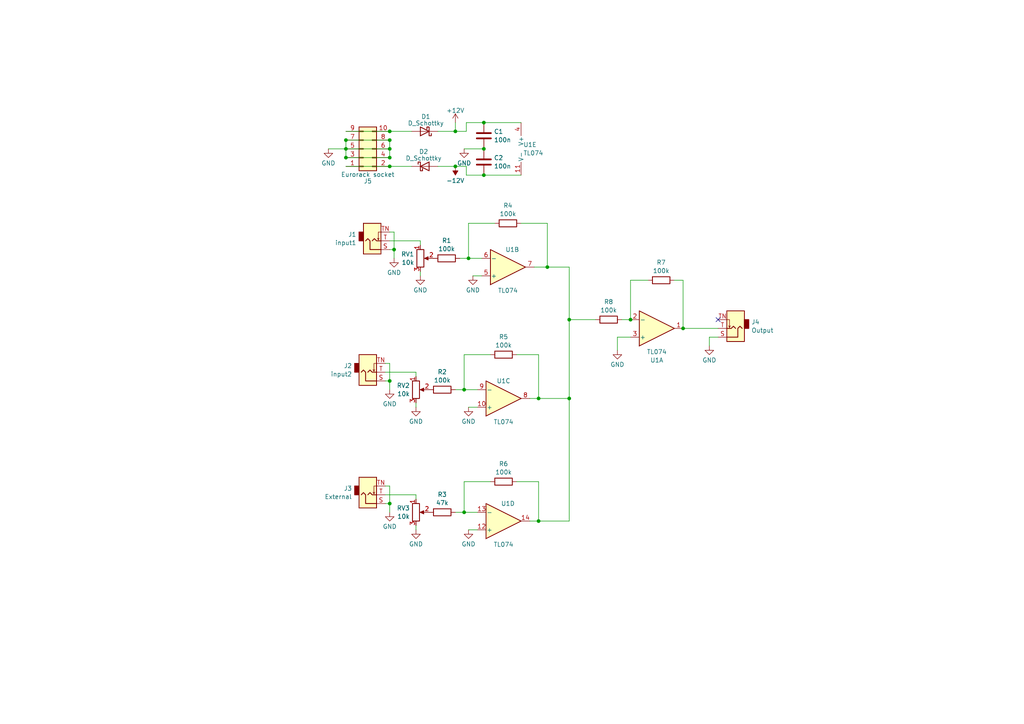
<source format=kicad_sch>
(kicad_sch (version 20230121) (generator eeschema)

  (uuid 4525c15f-808e-4e36-ad37-aac1b11607b8)

  (paper "A4")

  (lib_symbols
    (symbol "Amplifier_Operational:TL074" (pin_names (offset 0.127)) (in_bom yes) (on_board yes)
      (property "Reference" "U" (at 0 5.08 0)
        (effects (font (size 1.27 1.27)) (justify left))
      )
      (property "Value" "TL074" (at 0 -5.08 0)
        (effects (font (size 1.27 1.27)) (justify left))
      )
      (property "Footprint" "" (at -1.27 2.54 0)
        (effects (font (size 1.27 1.27)) hide)
      )
      (property "Datasheet" "http://www.ti.com/lit/ds/symlink/tl071.pdf" (at 1.27 5.08 0)
        (effects (font (size 1.27 1.27)) hide)
      )
      (property "ki_locked" "" (at 0 0 0)
        (effects (font (size 1.27 1.27)))
      )
      (property "ki_keywords" "quad opamp" (at 0 0 0)
        (effects (font (size 1.27 1.27)) hide)
      )
      (property "ki_description" "Quad Low-Noise JFET-Input Operational Amplifiers, DIP-14/SOIC-14" (at 0 0 0)
        (effects (font (size 1.27 1.27)) hide)
      )
      (property "ki_fp_filters" "SOIC*3.9x8.7mm*P1.27mm* DIP*W7.62mm* TSSOP*4.4x5mm*P0.65mm* SSOP*5.3x6.2mm*P0.65mm* MSOP*3x3mm*P0.5mm*" (at 0 0 0)
        (effects (font (size 1.27 1.27)) hide)
      )
      (symbol "TL074_1_1"
        (polyline
          (pts
            (xy -5.08 5.08)
            (xy 5.08 0)
            (xy -5.08 -5.08)
            (xy -5.08 5.08)
          )
          (stroke (width 0.254) (type default))
          (fill (type background))
        )
        (pin output line (at 7.62 0 180) (length 2.54)
          (name "~" (effects (font (size 1.27 1.27))))
          (number "1" (effects (font (size 1.27 1.27))))
        )
        (pin input line (at -7.62 -2.54 0) (length 2.54)
          (name "-" (effects (font (size 1.27 1.27))))
          (number "2" (effects (font (size 1.27 1.27))))
        )
        (pin input line (at -7.62 2.54 0) (length 2.54)
          (name "+" (effects (font (size 1.27 1.27))))
          (number "3" (effects (font (size 1.27 1.27))))
        )
      )
      (symbol "TL074_2_1"
        (polyline
          (pts
            (xy -5.08 5.08)
            (xy 5.08 0)
            (xy -5.08 -5.08)
            (xy -5.08 5.08)
          )
          (stroke (width 0.254) (type default))
          (fill (type background))
        )
        (pin input line (at -7.62 2.54 0) (length 2.54)
          (name "+" (effects (font (size 1.27 1.27))))
          (number "5" (effects (font (size 1.27 1.27))))
        )
        (pin input line (at -7.62 -2.54 0) (length 2.54)
          (name "-" (effects (font (size 1.27 1.27))))
          (number "6" (effects (font (size 1.27 1.27))))
        )
        (pin output line (at 7.62 0 180) (length 2.54)
          (name "~" (effects (font (size 1.27 1.27))))
          (number "7" (effects (font (size 1.27 1.27))))
        )
      )
      (symbol "TL074_3_1"
        (polyline
          (pts
            (xy -5.08 5.08)
            (xy 5.08 0)
            (xy -5.08 -5.08)
            (xy -5.08 5.08)
          )
          (stroke (width 0.254) (type default))
          (fill (type background))
        )
        (pin input line (at -7.62 2.54 0) (length 2.54)
          (name "+" (effects (font (size 1.27 1.27))))
          (number "10" (effects (font (size 1.27 1.27))))
        )
        (pin output line (at 7.62 0 180) (length 2.54)
          (name "~" (effects (font (size 1.27 1.27))))
          (number "8" (effects (font (size 1.27 1.27))))
        )
        (pin input line (at -7.62 -2.54 0) (length 2.54)
          (name "-" (effects (font (size 1.27 1.27))))
          (number "9" (effects (font (size 1.27 1.27))))
        )
      )
      (symbol "TL074_4_1"
        (polyline
          (pts
            (xy -5.08 5.08)
            (xy 5.08 0)
            (xy -5.08 -5.08)
            (xy -5.08 5.08)
          )
          (stroke (width 0.254) (type default))
          (fill (type background))
        )
        (pin input line (at -7.62 2.54 0) (length 2.54)
          (name "+" (effects (font (size 1.27 1.27))))
          (number "12" (effects (font (size 1.27 1.27))))
        )
        (pin input line (at -7.62 -2.54 0) (length 2.54)
          (name "-" (effects (font (size 1.27 1.27))))
          (number "13" (effects (font (size 1.27 1.27))))
        )
        (pin output line (at 7.62 0 180) (length 2.54)
          (name "~" (effects (font (size 1.27 1.27))))
          (number "14" (effects (font (size 1.27 1.27))))
        )
      )
      (symbol "TL074_5_1"
        (pin power_in line (at -2.54 -7.62 90) (length 3.81)
          (name "V-" (effects (font (size 1.27 1.27))))
          (number "11" (effects (font (size 1.27 1.27))))
        )
        (pin power_in line (at -2.54 7.62 270) (length 3.81)
          (name "V+" (effects (font (size 1.27 1.27))))
          (number "4" (effects (font (size 1.27 1.27))))
        )
      )
    )
    (symbol "Connector_Audio:AudioJack2_SwitchT" (in_bom yes) (on_board yes)
      (property "Reference" "J" (at 0 8.89 0)
        (effects (font (size 1.27 1.27)))
      )
      (property "Value" "AudioJack2_SwitchT" (at 0 6.35 0)
        (effects (font (size 1.27 1.27)))
      )
      (property "Footprint" "" (at 0 0 0)
        (effects (font (size 1.27 1.27)) hide)
      )
      (property "Datasheet" "~" (at 0 0 0)
        (effects (font (size 1.27 1.27)) hide)
      )
      (property "ki_keywords" "audio jack receptacle mono headphones phone TS connector" (at 0 0 0)
        (effects (font (size 1.27 1.27)) hide)
      )
      (property "ki_description" "Audio Jack, 2 Poles (Mono / TS), Switched T Pole (Normalling)" (at 0 0 0)
        (effects (font (size 1.27 1.27)) hide)
      )
      (property "ki_fp_filters" "Jack*" (at 0 0 0)
        (effects (font (size 1.27 1.27)) hide)
      )
      (symbol "AudioJack2_SwitchT_0_1"
        (rectangle (start -2.54 0) (end -3.81 -2.54)
          (stroke (width 0.254) (type default))
          (fill (type outline))
        )
        (polyline
          (pts
            (xy 1.778 -0.254)
            (xy 2.032 -0.762)
          )
          (stroke (width 0) (type default))
          (fill (type none))
        )
        (polyline
          (pts
            (xy 0 0)
            (xy 0.635 -0.635)
            (xy 1.27 0)
            (xy 2.54 0)
          )
          (stroke (width 0.254) (type default))
          (fill (type none))
        )
        (polyline
          (pts
            (xy 2.54 -2.54)
            (xy 1.778 -2.54)
            (xy 1.778 -0.254)
            (xy 1.524 -0.762)
          )
          (stroke (width 0) (type default))
          (fill (type none))
        )
        (polyline
          (pts
            (xy 2.54 2.54)
            (xy -0.635 2.54)
            (xy -0.635 0)
            (xy -1.27 -0.635)
            (xy -1.905 0)
          )
          (stroke (width 0.254) (type default))
          (fill (type none))
        )
        (rectangle (start 2.54 3.81) (end -2.54 -5.08)
          (stroke (width 0.254) (type default))
          (fill (type background))
        )
      )
      (symbol "AudioJack2_SwitchT_1_1"
        (pin passive line (at 5.08 2.54 180) (length 2.54)
          (name "~" (effects (font (size 1.27 1.27))))
          (number "S" (effects (font (size 1.27 1.27))))
        )
        (pin passive line (at 5.08 0 180) (length 2.54)
          (name "~" (effects (font (size 1.27 1.27))))
          (number "T" (effects (font (size 1.27 1.27))))
        )
        (pin passive line (at 5.08 -2.54 180) (length 2.54)
          (name "~" (effects (font (size 1.27 1.27))))
          (number "TN" (effects (font (size 1.27 1.27))))
        )
      )
    )
    (symbol "Connector_Generic:Conn_02x05_Odd_Even" (pin_names (offset 1.016) hide) (in_bom yes) (on_board yes)
      (property "Reference" "J" (at 1.27 7.62 0)
        (effects (font (size 1.27 1.27)))
      )
      (property "Value" "Conn_02x05_Odd_Even" (at 1.27 -7.62 0)
        (effects (font (size 1.27 1.27)))
      )
      (property "Footprint" "" (at 0 0 0)
        (effects (font (size 1.27 1.27)) hide)
      )
      (property "Datasheet" "~" (at 0 0 0)
        (effects (font (size 1.27 1.27)) hide)
      )
      (property "ki_keywords" "connector" (at 0 0 0)
        (effects (font (size 1.27 1.27)) hide)
      )
      (property "ki_description" "Generic connector, double row, 02x05, odd/even pin numbering scheme (row 1 odd numbers, row 2 even numbers), script generated (kicad-library-utils/schlib/autogen/connector/)" (at 0 0 0)
        (effects (font (size 1.27 1.27)) hide)
      )
      (property "ki_fp_filters" "Connector*:*_2x??_*" (at 0 0 0)
        (effects (font (size 1.27 1.27)) hide)
      )
      (symbol "Conn_02x05_Odd_Even_1_1"
        (rectangle (start -1.27 -4.953) (end 0 -5.207)
          (stroke (width 0.1524) (type default))
          (fill (type none))
        )
        (rectangle (start -1.27 -2.413) (end 0 -2.667)
          (stroke (width 0.1524) (type default))
          (fill (type none))
        )
        (rectangle (start -1.27 0.127) (end 0 -0.127)
          (stroke (width 0.1524) (type default))
          (fill (type none))
        )
        (rectangle (start -1.27 2.667) (end 0 2.413)
          (stroke (width 0.1524) (type default))
          (fill (type none))
        )
        (rectangle (start -1.27 5.207) (end 0 4.953)
          (stroke (width 0.1524) (type default))
          (fill (type none))
        )
        (rectangle (start -1.27 6.35) (end 3.81 -6.35)
          (stroke (width 0.254) (type default))
          (fill (type background))
        )
        (rectangle (start 3.81 -4.953) (end 2.54 -5.207)
          (stroke (width 0.1524) (type default))
          (fill (type none))
        )
        (rectangle (start 3.81 -2.413) (end 2.54 -2.667)
          (stroke (width 0.1524) (type default))
          (fill (type none))
        )
        (rectangle (start 3.81 0.127) (end 2.54 -0.127)
          (stroke (width 0.1524) (type default))
          (fill (type none))
        )
        (rectangle (start 3.81 2.667) (end 2.54 2.413)
          (stroke (width 0.1524) (type default))
          (fill (type none))
        )
        (rectangle (start 3.81 5.207) (end 2.54 4.953)
          (stroke (width 0.1524) (type default))
          (fill (type none))
        )
        (pin passive line (at -5.08 5.08 0) (length 3.81)
          (name "Pin_1" (effects (font (size 1.27 1.27))))
          (number "1" (effects (font (size 1.27 1.27))))
        )
        (pin passive line (at 7.62 -5.08 180) (length 3.81)
          (name "Pin_10" (effects (font (size 1.27 1.27))))
          (number "10" (effects (font (size 1.27 1.27))))
        )
        (pin passive line (at 7.62 5.08 180) (length 3.81)
          (name "Pin_2" (effects (font (size 1.27 1.27))))
          (number "2" (effects (font (size 1.27 1.27))))
        )
        (pin passive line (at -5.08 2.54 0) (length 3.81)
          (name "Pin_3" (effects (font (size 1.27 1.27))))
          (number "3" (effects (font (size 1.27 1.27))))
        )
        (pin passive line (at 7.62 2.54 180) (length 3.81)
          (name "Pin_4" (effects (font (size 1.27 1.27))))
          (number "4" (effects (font (size 1.27 1.27))))
        )
        (pin passive line (at -5.08 0 0) (length 3.81)
          (name "Pin_5" (effects (font (size 1.27 1.27))))
          (number "5" (effects (font (size 1.27 1.27))))
        )
        (pin passive line (at 7.62 0 180) (length 3.81)
          (name "Pin_6" (effects (font (size 1.27 1.27))))
          (number "6" (effects (font (size 1.27 1.27))))
        )
        (pin passive line (at -5.08 -2.54 0) (length 3.81)
          (name "Pin_7" (effects (font (size 1.27 1.27))))
          (number "7" (effects (font (size 1.27 1.27))))
        )
        (pin passive line (at 7.62 -2.54 180) (length 3.81)
          (name "Pin_8" (effects (font (size 1.27 1.27))))
          (number "8" (effects (font (size 1.27 1.27))))
        )
        (pin passive line (at -5.08 -5.08 0) (length 3.81)
          (name "Pin_9" (effects (font (size 1.27 1.27))))
          (number "9" (effects (font (size 1.27 1.27))))
        )
      )
    )
    (symbol "Device:C" (pin_numbers hide) (pin_names (offset 0.254)) (in_bom yes) (on_board yes)
      (property "Reference" "C" (at 0.635 2.54 0)
        (effects (font (size 1.27 1.27)) (justify left))
      )
      (property "Value" "C" (at 0.635 -2.54 0)
        (effects (font (size 1.27 1.27)) (justify left))
      )
      (property "Footprint" "" (at 0.9652 -3.81 0)
        (effects (font (size 1.27 1.27)) hide)
      )
      (property "Datasheet" "~" (at 0 0 0)
        (effects (font (size 1.27 1.27)) hide)
      )
      (property "ki_keywords" "cap capacitor" (at 0 0 0)
        (effects (font (size 1.27 1.27)) hide)
      )
      (property "ki_description" "Unpolarized capacitor" (at 0 0 0)
        (effects (font (size 1.27 1.27)) hide)
      )
      (property "ki_fp_filters" "C_*" (at 0 0 0)
        (effects (font (size 1.27 1.27)) hide)
      )
      (symbol "C_0_1"
        (polyline
          (pts
            (xy -2.032 -0.762)
            (xy 2.032 -0.762)
          )
          (stroke (width 0.508) (type default))
          (fill (type none))
        )
        (polyline
          (pts
            (xy -2.032 0.762)
            (xy 2.032 0.762)
          )
          (stroke (width 0.508) (type default))
          (fill (type none))
        )
      )
      (symbol "C_1_1"
        (pin passive line (at 0 3.81 270) (length 2.794)
          (name "~" (effects (font (size 1.27 1.27))))
          (number "1" (effects (font (size 1.27 1.27))))
        )
        (pin passive line (at 0 -3.81 90) (length 2.794)
          (name "~" (effects (font (size 1.27 1.27))))
          (number "2" (effects (font (size 1.27 1.27))))
        )
      )
    )
    (symbol "Device:D_Schottky" (pin_numbers hide) (pin_names (offset 1.016) hide) (in_bom yes) (on_board yes)
      (property "Reference" "D" (at 0 2.54 0)
        (effects (font (size 1.27 1.27)))
      )
      (property "Value" "D_Schottky" (at 0 -2.54 0)
        (effects (font (size 1.27 1.27)))
      )
      (property "Footprint" "" (at 0 0 0)
        (effects (font (size 1.27 1.27)) hide)
      )
      (property "Datasheet" "~" (at 0 0 0)
        (effects (font (size 1.27 1.27)) hide)
      )
      (property "ki_keywords" "diode Schottky" (at 0 0 0)
        (effects (font (size 1.27 1.27)) hide)
      )
      (property "ki_description" "Schottky diode" (at 0 0 0)
        (effects (font (size 1.27 1.27)) hide)
      )
      (property "ki_fp_filters" "TO-???* *_Diode_* *SingleDiode* D_*" (at 0 0 0)
        (effects (font (size 1.27 1.27)) hide)
      )
      (symbol "D_Schottky_0_1"
        (polyline
          (pts
            (xy 1.27 0)
            (xy -1.27 0)
          )
          (stroke (width 0) (type default))
          (fill (type none))
        )
        (polyline
          (pts
            (xy 1.27 1.27)
            (xy 1.27 -1.27)
            (xy -1.27 0)
            (xy 1.27 1.27)
          )
          (stroke (width 0.254) (type default))
          (fill (type none))
        )
        (polyline
          (pts
            (xy -1.905 0.635)
            (xy -1.905 1.27)
            (xy -1.27 1.27)
            (xy -1.27 -1.27)
            (xy -0.635 -1.27)
            (xy -0.635 -0.635)
          )
          (stroke (width 0.254) (type default))
          (fill (type none))
        )
      )
      (symbol "D_Schottky_1_1"
        (pin passive line (at -3.81 0 0) (length 2.54)
          (name "K" (effects (font (size 1.27 1.27))))
          (number "1" (effects (font (size 1.27 1.27))))
        )
        (pin passive line (at 3.81 0 180) (length 2.54)
          (name "A" (effects (font (size 1.27 1.27))))
          (number "2" (effects (font (size 1.27 1.27))))
        )
      )
    )
    (symbol "Device:R" (pin_numbers hide) (pin_names (offset 0)) (in_bom yes) (on_board yes)
      (property "Reference" "R" (at 2.032 0 90)
        (effects (font (size 1.27 1.27)))
      )
      (property "Value" "R" (at 0 0 90)
        (effects (font (size 1.27 1.27)))
      )
      (property "Footprint" "" (at -1.778 0 90)
        (effects (font (size 1.27 1.27)) hide)
      )
      (property "Datasheet" "~" (at 0 0 0)
        (effects (font (size 1.27 1.27)) hide)
      )
      (property "ki_keywords" "R res resistor" (at 0 0 0)
        (effects (font (size 1.27 1.27)) hide)
      )
      (property "ki_description" "Resistor" (at 0 0 0)
        (effects (font (size 1.27 1.27)) hide)
      )
      (property "ki_fp_filters" "R_*" (at 0 0 0)
        (effects (font (size 1.27 1.27)) hide)
      )
      (symbol "R_0_1"
        (rectangle (start -1.016 -2.54) (end 1.016 2.54)
          (stroke (width 0.254) (type default))
          (fill (type none))
        )
      )
      (symbol "R_1_1"
        (pin passive line (at 0 3.81 270) (length 1.27)
          (name "~" (effects (font (size 1.27 1.27))))
          (number "1" (effects (font (size 1.27 1.27))))
        )
        (pin passive line (at 0 -3.81 90) (length 1.27)
          (name "~" (effects (font (size 1.27 1.27))))
          (number "2" (effects (font (size 1.27 1.27))))
        )
      )
    )
    (symbol "Device:R_Potentiometer" (pin_names (offset 1.016) hide) (in_bom yes) (on_board yes)
      (property "Reference" "RV" (at -4.445 0 90)
        (effects (font (size 1.27 1.27)))
      )
      (property "Value" "R_Potentiometer" (at -2.54 0 90)
        (effects (font (size 1.27 1.27)))
      )
      (property "Footprint" "" (at 0 0 0)
        (effects (font (size 1.27 1.27)) hide)
      )
      (property "Datasheet" "~" (at 0 0 0)
        (effects (font (size 1.27 1.27)) hide)
      )
      (property "ki_keywords" "resistor variable" (at 0 0 0)
        (effects (font (size 1.27 1.27)) hide)
      )
      (property "ki_description" "Potentiometer" (at 0 0 0)
        (effects (font (size 1.27 1.27)) hide)
      )
      (property "ki_fp_filters" "Potentiometer*" (at 0 0 0)
        (effects (font (size 1.27 1.27)) hide)
      )
      (symbol "R_Potentiometer_0_1"
        (polyline
          (pts
            (xy 2.54 0)
            (xy 1.524 0)
          )
          (stroke (width 0) (type default))
          (fill (type none))
        )
        (polyline
          (pts
            (xy 1.143 0)
            (xy 2.286 0.508)
            (xy 2.286 -0.508)
            (xy 1.143 0)
          )
          (stroke (width 0) (type default))
          (fill (type outline))
        )
        (rectangle (start 1.016 2.54) (end -1.016 -2.54)
          (stroke (width 0.254) (type default))
          (fill (type none))
        )
      )
      (symbol "R_Potentiometer_1_1"
        (pin passive line (at 0 3.81 270) (length 1.27)
          (name "1" (effects (font (size 1.27 1.27))))
          (number "1" (effects (font (size 1.27 1.27))))
        )
        (pin passive line (at 3.81 0 180) (length 1.27)
          (name "2" (effects (font (size 1.27 1.27))))
          (number "2" (effects (font (size 1.27 1.27))))
        )
        (pin passive line (at 0 -3.81 90) (length 1.27)
          (name "3" (effects (font (size 1.27 1.27))))
          (number "3" (effects (font (size 1.27 1.27))))
        )
      )
    )
    (symbol "power:+12V" (power) (pin_names (offset 0)) (in_bom yes) (on_board yes)
      (property "Reference" "#PWR" (at 0 -3.81 0)
        (effects (font (size 1.27 1.27)) hide)
      )
      (property "Value" "+12V" (at 0 3.556 0)
        (effects (font (size 1.27 1.27)))
      )
      (property "Footprint" "" (at 0 0 0)
        (effects (font (size 1.27 1.27)) hide)
      )
      (property "Datasheet" "" (at 0 0 0)
        (effects (font (size 1.27 1.27)) hide)
      )
      (property "ki_keywords" "global power" (at 0 0 0)
        (effects (font (size 1.27 1.27)) hide)
      )
      (property "ki_description" "Power symbol creates a global label with name \"+12V\"" (at 0 0 0)
        (effects (font (size 1.27 1.27)) hide)
      )
      (symbol "+12V_0_1"
        (polyline
          (pts
            (xy -0.762 1.27)
            (xy 0 2.54)
          )
          (stroke (width 0) (type default))
          (fill (type none))
        )
        (polyline
          (pts
            (xy 0 0)
            (xy 0 2.54)
          )
          (stroke (width 0) (type default))
          (fill (type none))
        )
        (polyline
          (pts
            (xy 0 2.54)
            (xy 0.762 1.27)
          )
          (stroke (width 0) (type default))
          (fill (type none))
        )
      )
      (symbol "+12V_1_1"
        (pin power_in line (at 0 0 90) (length 0) hide
          (name "+12V" (effects (font (size 1.27 1.27))))
          (number "1" (effects (font (size 1.27 1.27))))
        )
      )
    )
    (symbol "power:-12V" (power) (pin_names (offset 0)) (in_bom yes) (on_board yes)
      (property "Reference" "#PWR" (at 0 2.54 0)
        (effects (font (size 1.27 1.27)) hide)
      )
      (property "Value" "-12V" (at 0 3.81 0)
        (effects (font (size 1.27 1.27)))
      )
      (property "Footprint" "" (at 0 0 0)
        (effects (font (size 1.27 1.27)) hide)
      )
      (property "Datasheet" "" (at 0 0 0)
        (effects (font (size 1.27 1.27)) hide)
      )
      (property "ki_keywords" "global power" (at 0 0 0)
        (effects (font (size 1.27 1.27)) hide)
      )
      (property "ki_description" "Power symbol creates a global label with name \"-12V\"" (at 0 0 0)
        (effects (font (size 1.27 1.27)) hide)
      )
      (symbol "-12V_0_0"
        (pin power_in line (at 0 0 90) (length 0) hide
          (name "-12V" (effects (font (size 1.27 1.27))))
          (number "1" (effects (font (size 1.27 1.27))))
        )
      )
      (symbol "-12V_0_1"
        (polyline
          (pts
            (xy 0 0)
            (xy 0 1.27)
            (xy 0.762 1.27)
            (xy 0 2.54)
            (xy -0.762 1.27)
            (xy 0 1.27)
          )
          (stroke (width 0) (type default))
          (fill (type outline))
        )
      )
    )
    (symbol "power:GND" (power) (pin_names (offset 0)) (in_bom yes) (on_board yes)
      (property "Reference" "#PWR" (at 0 -6.35 0)
        (effects (font (size 1.27 1.27)) hide)
      )
      (property "Value" "GND" (at 0 -3.81 0)
        (effects (font (size 1.27 1.27)))
      )
      (property "Footprint" "" (at 0 0 0)
        (effects (font (size 1.27 1.27)) hide)
      )
      (property "Datasheet" "" (at 0 0 0)
        (effects (font (size 1.27 1.27)) hide)
      )
      (property "ki_keywords" "global power" (at 0 0 0)
        (effects (font (size 1.27 1.27)) hide)
      )
      (property "ki_description" "Power symbol creates a global label with name \"GND\" , ground" (at 0 0 0)
        (effects (font (size 1.27 1.27)) hide)
      )
      (symbol "GND_0_1"
        (polyline
          (pts
            (xy 0 0)
            (xy 0 -1.27)
            (xy 1.27 -1.27)
            (xy 0 -2.54)
            (xy -1.27 -1.27)
            (xy 0 -1.27)
          )
          (stroke (width 0) (type default))
          (fill (type none))
        )
      )
      (symbol "GND_1_1"
        (pin power_in line (at 0 0 270) (length 0) hide
          (name "GND" (effects (font (size 1.27 1.27))))
          (number "1" (effects (font (size 1.27 1.27))))
        )
      )
    )
  )

  (junction (at 140.335 43.18) (diameter 0) (color 0 0 0 0)
    (uuid 17ae1e4b-d17b-4da8-95d6-040315daacc7)
  )
  (junction (at 114.3 72.39) (diameter 0) (color 0 0 0 0)
    (uuid 23fd582f-0553-4ab3-9812-961d071e0bfb)
  )
  (junction (at 140.335 35.56) (diameter 0) (color 0 0 0 0)
    (uuid 2b5e70c3-b8df-4011-90ec-78f2e0b5fa83)
  )
  (junction (at 100.33 40.64) (diameter 0) (color 0 0 0 0)
    (uuid 3425ff79-ff28-475a-928b-37b97f5a0183)
  )
  (junction (at 100.33 45.72) (diameter 0) (color 0 0 0 0)
    (uuid 3a544f0d-eca2-49d6-8e7b-24fe884180c9)
  )
  (junction (at 134.62 113.03) (diameter 0) (color 0 0 0 0)
    (uuid 3ffd25da-3e61-483a-8eb8-4828e1014230)
  )
  (junction (at 113.03 110.49) (diameter 0) (color 0 0 0 0)
    (uuid 4b5c23ea-daad-4a06-bf9a-641a3c616a77)
  )
  (junction (at 156.21 115.57) (diameter 0) (color 0 0 0 0)
    (uuid 5117c98e-590a-4dc3-aa61-37d710c161b7)
  )
  (junction (at 156.21 151.13) (diameter 0) (color 0 0 0 0)
    (uuid 52786043-ea8d-43eb-98ea-466d8fcfd339)
  )
  (junction (at 132.08 38.1) (diameter 0) (color 0 0 0 0)
    (uuid 5f469560-432f-4a3d-964f-36aee41476aa)
  )
  (junction (at 140.335 50.8) (diameter 0) (color 0 0 0 0)
    (uuid 88ceacf1-c73c-4003-9361-94fefd2417d1)
  )
  (junction (at 113.03 45.72) (diameter 0) (color 0 0 0 0)
    (uuid 89cfece2-97c1-4bff-aec1-2a2a8887f755)
  )
  (junction (at 165.1 115.57) (diameter 0) (color 0 0 0 0)
    (uuid 8cff9a11-ecc1-4e35-a928-e4b55ca0a509)
  )
  (junction (at 134.62 148.59) (diameter 0) (color 0 0 0 0)
    (uuid 9893ec9e-4127-47c5-a77f-7b025b8129bb)
  )
  (junction (at 113.03 38.1) (diameter 0) (color 0 0 0 0)
    (uuid aea33bc1-21b0-463d-8029-f7aa9cbc9842)
  )
  (junction (at 132.08 48.26) (diameter 0) (color 0 0 0 0)
    (uuid b532e66f-c3e3-4e26-951a-1c9e57b2834c)
  )
  (junction (at 113.03 146.05) (diameter 0) (color 0 0 0 0)
    (uuid b55cfc78-b42f-414b-9c77-5e972af91d8f)
  )
  (junction (at 113.03 43.18) (diameter 0) (color 0 0 0 0)
    (uuid c036ba21-41a1-4289-bacd-c21492204f77)
  )
  (junction (at 100.33 43.18) (diameter 0) (color 0 0 0 0)
    (uuid c1f0b45f-4e8f-4351-8d05-c2ed4952cfe7)
  )
  (junction (at 158.75 77.47) (diameter 0) (color 0 0 0 0)
    (uuid c603ed8a-bffd-446b-812e-6f568ff9875f)
  )
  (junction (at 165.1 92.71) (diameter 0) (color 0 0 0 0)
    (uuid d54b3af3-4f9e-4112-becb-7b3955c55f3e)
  )
  (junction (at 113.03 40.64) (diameter 0) (color 0 0 0 0)
    (uuid e395373d-1a89-483c-bac1-20044327a2b9)
  )
  (junction (at 135.89 74.93) (diameter 0) (color 0 0 0 0)
    (uuid ef85698f-ec1e-4f95-a8de-33f9ccfeecb1)
  )
  (junction (at 198.12 95.25) (diameter 0) (color 0 0 0 0)
    (uuid f03ca11a-f2fe-4aa3-bef1-39f89135407f)
  )
  (junction (at 113.03 48.26) (diameter 0) (color 0 0 0 0)
    (uuid f8d34036-7858-4527-bc5f-b4ff79929188)
  )
  (junction (at 182.88 92.71) (diameter 0) (color 0 0 0 0)
    (uuid fbacf3f4-9aaa-47fa-9e87-3ce3ab858ce0)
  )

  (no_connect (at 208.28 92.71) (uuid 5273d87b-3352-488e-a1c3-56d72cca5719))

  (wire (pts (xy 133.35 74.93) (xy 135.89 74.93))
    (stroke (width 0) (type default))
    (uuid 0ae50009-f922-497c-aced-d2fbd96b0f71)
  )
  (wire (pts (xy 100.33 43.18) (xy 100.33 45.72))
    (stroke (width 0) (type default))
    (uuid 0b7233d9-c2df-4197-8ba8-948cab90e1c5)
  )
  (wire (pts (xy 165.1 92.71) (xy 172.72 92.71))
    (stroke (width 0) (type default))
    (uuid 0cbfe6e5-04c7-47b7-8117-78a2dbde4a89)
  )
  (wire (pts (xy 100.33 45.72) (xy 113.03 45.72))
    (stroke (width 0) (type default))
    (uuid 1348a677-a90a-4807-9a0b-e63c5e78adf4)
  )
  (wire (pts (xy 156.21 115.57) (xy 153.67 115.57))
    (stroke (width 0) (type default))
    (uuid 183ea0d1-5468-4e56-ba33-8ca88e30a240)
  )
  (wire (pts (xy 135.255 38.1) (xy 135.255 35.56))
    (stroke (width 0) (type default))
    (uuid 1e60b73d-ab67-46e5-ab47-f03de0f9a2b4)
  )
  (wire (pts (xy 95.25 43.18) (xy 100.33 43.18))
    (stroke (width 0) (type default))
    (uuid 1e90c108-aca5-4f5d-8ba7-1e78214298b5)
  )
  (wire (pts (xy 100.33 38.1) (xy 113.03 38.1))
    (stroke (width 0) (type default))
    (uuid 22e501fb-1637-402b-9e8c-ce1bbdf88d80)
  )
  (wire (pts (xy 134.62 102.87) (xy 142.24 102.87))
    (stroke (width 0) (type default))
    (uuid 253cfbe6-4140-49f3-a0ad-565b3b8064ad)
  )
  (wire (pts (xy 158.75 77.47) (xy 165.1 77.47))
    (stroke (width 0) (type default))
    (uuid 261f5e62-8f96-4ceb-af82-e169aba7104e)
  )
  (wire (pts (xy 156.21 115.57) (xy 165.1 115.57))
    (stroke (width 0) (type default))
    (uuid 2b1c53e7-300d-4a03-9227-6bc9e6900d5f)
  )
  (wire (pts (xy 198.12 81.28) (xy 198.12 95.25))
    (stroke (width 0) (type default))
    (uuid 2ce961c3-dad2-4054-8e47-c6ee0a3a0434)
  )
  (wire (pts (xy 149.86 139.7) (xy 156.21 139.7))
    (stroke (width 0) (type default))
    (uuid 3027af5c-fe7f-49e3-b637-2f86b799e48c)
  )
  (wire (pts (xy 182.88 97.79) (xy 179.07 97.79))
    (stroke (width 0) (type default))
    (uuid 32443d4d-cb1e-4030-994b-2586124c1d6b)
  )
  (wire (pts (xy 120.65 116.84) (xy 120.65 118.11))
    (stroke (width 0) (type default))
    (uuid 3a0b2cd8-152b-4105-909e-9cdf0fbdae38)
  )
  (wire (pts (xy 149.86 102.87) (xy 156.21 102.87))
    (stroke (width 0) (type default))
    (uuid 3b4873c8-35cd-4d7f-a43d-86f40afa61e9)
  )
  (wire (pts (xy 111.76 107.95) (xy 120.65 107.95))
    (stroke (width 0) (type default))
    (uuid 3cfcd35a-9bda-4dbc-9495-a935f61d04f6)
  )
  (wire (pts (xy 135.89 64.77) (xy 135.89 74.93))
    (stroke (width 0) (type default))
    (uuid 40127790-3828-4d14-ab0b-be3edd174351)
  )
  (wire (pts (xy 140.335 50.8) (xy 135.255 50.8))
    (stroke (width 0) (type default))
    (uuid 42ef7a6a-5ae3-4ddb-acf7-6c44579925cf)
  )
  (wire (pts (xy 182.88 81.28) (xy 182.88 92.71))
    (stroke (width 0) (type default))
    (uuid 44ddb864-a6f1-4af3-8b21-931203e6a980)
  )
  (wire (pts (xy 114.3 72.39) (xy 114.3 74.93))
    (stroke (width 0) (type default))
    (uuid 47055b1f-929c-496a-a4f7-6261e98dbd4a)
  )
  (wire (pts (xy 165.1 77.47) (xy 165.1 92.71))
    (stroke (width 0) (type default))
    (uuid 4b841684-7966-48e7-a1f2-c3f43a232beb)
  )
  (wire (pts (xy 134.62 148.59) (xy 138.43 148.59))
    (stroke (width 0) (type default))
    (uuid 4ce793e9-d297-4938-bad3-5546cbe2835a)
  )
  (wire (pts (xy 134.62 102.87) (xy 134.62 113.03))
    (stroke (width 0) (type default))
    (uuid 55cf62d1-feae-4d7b-8609-f1d6de23de91)
  )
  (wire (pts (xy 195.58 81.28) (xy 198.12 81.28))
    (stroke (width 0) (type default))
    (uuid 564eebec-198d-4121-b8e7-5b937566e902)
  )
  (wire (pts (xy 121.92 78.74) (xy 121.92 80.01))
    (stroke (width 0) (type default))
    (uuid 58ee46a8-231a-47d9-a542-ad930c7ca84a)
  )
  (wire (pts (xy 113.03 69.85) (xy 121.92 69.85))
    (stroke (width 0) (type default))
    (uuid 5aa71b26-827c-415b-937c-fa9f90ecca4e)
  )
  (wire (pts (xy 100.33 40.64) (xy 100.33 43.18))
    (stroke (width 0) (type default))
    (uuid 6024415d-52cb-4203-aded-88b00cd6e1e9)
  )
  (wire (pts (xy 187.96 81.28) (xy 182.88 81.28))
    (stroke (width 0) (type default))
    (uuid 659b840e-67c4-4442-890b-da30005d3258)
  )
  (wire (pts (xy 111.76 105.41) (xy 113.03 105.41))
    (stroke (width 0) (type default))
    (uuid 66206cf8-6e08-467a-93c5-4e232df510d2)
  )
  (wire (pts (xy 120.65 143.51) (xy 120.65 144.78))
    (stroke (width 0) (type default))
    (uuid 66b46522-f156-451e-b3e8-23ceef37820e)
  )
  (wire (pts (xy 120.65 107.95) (xy 120.65 109.22))
    (stroke (width 0) (type default))
    (uuid 67ede50f-27fa-4ece-ad74-b7adb64accc8)
  )
  (wire (pts (xy 100.33 48.26) (xy 113.03 48.26))
    (stroke (width 0) (type default))
    (uuid 6859a148-7103-4c2d-9d20-9cdca0b7fa75)
  )
  (wire (pts (xy 113.03 140.97) (xy 113.03 146.05))
    (stroke (width 0) (type default))
    (uuid 686cc6aa-b18b-482f-afd2-07c8aa0a943b)
  )
  (wire (pts (xy 158.75 77.47) (xy 154.94 77.47))
    (stroke (width 0) (type default))
    (uuid 6a495b9f-728f-49f3-8175-a7021dd1e736)
  )
  (wire (pts (xy 134.62 139.7) (xy 134.62 148.59))
    (stroke (width 0) (type default))
    (uuid 6baf1a1e-aaac-488f-8bae-5143b765256a)
  )
  (wire (pts (xy 180.34 92.71) (xy 182.88 92.71))
    (stroke (width 0) (type default))
    (uuid 6f20c611-78d6-40f2-8ac1-2216660852ef)
  )
  (wire (pts (xy 135.89 118.11) (xy 138.43 118.11))
    (stroke (width 0) (type default))
    (uuid 70cfeedd-4002-4d4e-b2ad-739e40104204)
  )
  (wire (pts (xy 127 38.1) (xy 132.08 38.1))
    (stroke (width 0) (type default))
    (uuid 7285c9c2-7cbe-4e55-b6fd-9c14d247f117)
  )
  (wire (pts (xy 134.62 43.18) (xy 140.335 43.18))
    (stroke (width 0) (type default))
    (uuid 78aef4b0-af3d-4089-a9a8-f69eb0a06a44)
  )
  (wire (pts (xy 165.1 115.57) (xy 165.1 151.13))
    (stroke (width 0) (type default))
    (uuid 78c49af8-8261-440d-b233-720b27a4a5db)
  )
  (wire (pts (xy 156.21 102.87) (xy 156.21 115.57))
    (stroke (width 0) (type default))
    (uuid 7ed992b0-f937-47e5-82a0-a9e4dbd781a8)
  )
  (wire (pts (xy 127 48.26) (xy 132.08 48.26))
    (stroke (width 0) (type default))
    (uuid 81ac0419-836f-4dbe-89db-6821ce718429)
  )
  (wire (pts (xy 156.21 151.13) (xy 153.67 151.13))
    (stroke (width 0) (type default))
    (uuid 83177f37-d452-4ae8-ac3b-7e5e965f732e)
  )
  (wire (pts (xy 143.51 64.77) (xy 135.89 64.77))
    (stroke (width 0) (type default))
    (uuid 849d274f-19e6-4990-9635-6abd620a0424)
  )
  (wire (pts (xy 205.74 97.79) (xy 205.74 100.33))
    (stroke (width 0) (type default))
    (uuid 89d077cd-2789-48e9-8e4e-82c8732cdaf8)
  )
  (wire (pts (xy 113.03 38.1) (xy 119.38 38.1))
    (stroke (width 0) (type default))
    (uuid 89d3a71b-2206-4569-90b3-87a1191bb870)
  )
  (wire (pts (xy 113.03 146.05) (xy 113.03 148.59))
    (stroke (width 0) (type default))
    (uuid 8a01d742-10a3-4320-83b6-0fcb851e7c0d)
  )
  (wire (pts (xy 113.03 67.31) (xy 114.3 67.31))
    (stroke (width 0) (type default))
    (uuid 8edee80f-8608-4667-b1ed-bf684c7bd94f)
  )
  (wire (pts (xy 111.76 143.51) (xy 120.65 143.51))
    (stroke (width 0) (type default))
    (uuid 923cae4f-ac78-44aa-9ec1-0738a2fbe960)
  )
  (wire (pts (xy 100.33 40.64) (xy 113.03 40.64))
    (stroke (width 0) (type default))
    (uuid 94d6d0b8-8481-408e-a32e-1269561ab78d)
  )
  (wire (pts (xy 135.255 48.26) (xy 132.08 48.26))
    (stroke (width 0) (type default))
    (uuid 9534ff0e-669a-4f24-a3c9-b4fc8ade6c6c)
  )
  (wire (pts (xy 198.12 95.25) (xy 208.28 95.25))
    (stroke (width 0) (type default))
    (uuid 97285ec4-86e1-41f6-9a5c-595b1cc08244)
  )
  (wire (pts (xy 165.1 151.13) (xy 156.21 151.13))
    (stroke (width 0) (type default))
    (uuid 97288ab5-32dc-4964-976c-cf3c637e977e)
  )
  (wire (pts (xy 113.03 72.39) (xy 114.3 72.39))
    (stroke (width 0) (type default))
    (uuid 993ae3d1-6756-4dc2-bc7b-9a748f55679f)
  )
  (wire (pts (xy 111.76 146.05) (xy 113.03 146.05))
    (stroke (width 0) (type default))
    (uuid 9cf326e6-1757-4bea-aa0b-1e995cf4bcee)
  )
  (wire (pts (xy 134.62 113.03) (xy 138.43 113.03))
    (stroke (width 0) (type default))
    (uuid 9d13ce1a-406b-4f89-9fec-0cf8f39a9cc0)
  )
  (wire (pts (xy 121.92 69.85) (xy 121.92 71.12))
    (stroke (width 0) (type default))
    (uuid 9d4c3399-8463-4030-84f6-d6f6163c7cb6)
  )
  (wire (pts (xy 179.07 97.79) (xy 179.07 101.6))
    (stroke (width 0) (type default))
    (uuid 9e5d6192-f326-4dc5-9132-ec73240c0d84)
  )
  (wire (pts (xy 132.08 38.1) (xy 132.08 35.56))
    (stroke (width 0) (type default))
    (uuid a396bf30-42e2-4173-b8fe-c00fb61e4b17)
  )
  (wire (pts (xy 135.89 74.93) (xy 139.7 74.93))
    (stroke (width 0) (type default))
    (uuid a6397680-b9ca-4cbf-89ae-7be6aac80cf7)
  )
  (wire (pts (xy 113.03 110.49) (xy 113.03 113.03))
    (stroke (width 0) (type default))
    (uuid a9f9d7da-1979-4290-9765-e854271a137a)
  )
  (wire (pts (xy 205.74 97.79) (xy 208.28 97.79))
    (stroke (width 0) (type default))
    (uuid b0f48bc4-fee1-4bc5-90d3-278f591f49dc)
  )
  (wire (pts (xy 165.1 92.71) (xy 165.1 115.57))
    (stroke (width 0) (type default))
    (uuid b67c5f7b-0639-4def-9119-843908a9d6de)
  )
  (wire (pts (xy 111.76 140.97) (xy 113.03 140.97))
    (stroke (width 0) (type default))
    (uuid bd433578-9065-4660-bdcb-4800456d118d)
  )
  (wire (pts (xy 134.62 139.7) (xy 142.24 139.7))
    (stroke (width 0) (type default))
    (uuid bd8536a9-1168-4aaa-9990-9e4ca7d51fd7)
  )
  (wire (pts (xy 132.08 113.03) (xy 134.62 113.03))
    (stroke (width 0) (type default))
    (uuid c172a614-95b3-4557-9408-229990b7ba83)
  )
  (wire (pts (xy 114.3 67.31) (xy 114.3 72.39))
    (stroke (width 0) (type default))
    (uuid c30056dc-249d-40ff-ad32-09a9f09a9d03)
  )
  (wire (pts (xy 135.89 153.67) (xy 138.43 153.67))
    (stroke (width 0) (type default))
    (uuid c3b38ecf-c4d2-434c-bb95-8abf47fe32cf)
  )
  (wire (pts (xy 137.16 80.01) (xy 139.7 80.01))
    (stroke (width 0) (type default))
    (uuid cb9cd312-644e-478d-b3ab-bb596aa002a6)
  )
  (wire (pts (xy 151.13 64.77) (xy 158.75 64.77))
    (stroke (width 0) (type default))
    (uuid cd9c3ac0-6743-4358-86ea-3bfda9f16619)
  )
  (wire (pts (xy 113.03 40.64) (xy 113.03 43.18))
    (stroke (width 0) (type default))
    (uuid cef9591e-114e-4f7b-a18e-b4bbf0ce189f)
  )
  (wire (pts (xy 132.08 38.1) (xy 135.255 38.1))
    (stroke (width 0) (type default))
    (uuid cfad1420-7c79-4e6c-aa02-885f1af563de)
  )
  (wire (pts (xy 140.335 35.56) (xy 151.13 35.56))
    (stroke (width 0) (type default))
    (uuid d6972bf0-15c0-4f9f-b7a3-3db0e6b812e7)
  )
  (wire (pts (xy 120.65 152.4) (xy 120.65 153.67))
    (stroke (width 0) (type default))
    (uuid e19966d1-a3a9-4df2-b89e-2d9f9cce3d04)
  )
  (wire (pts (xy 135.255 50.8) (xy 135.255 48.26))
    (stroke (width 0) (type default))
    (uuid e4e92a51-895e-4928-b284-6c3fd1f9ad12)
  )
  (wire (pts (xy 158.75 64.77) (xy 158.75 77.47))
    (stroke (width 0) (type default))
    (uuid eb255912-e20f-4055-ba79-107724195d77)
  )
  (wire (pts (xy 135.255 35.56) (xy 140.335 35.56))
    (stroke (width 0) (type default))
    (uuid ec4185c6-a310-4b7f-8237-d45431f3c48e)
  )
  (wire (pts (xy 132.08 148.59) (xy 134.62 148.59))
    (stroke (width 0) (type default))
    (uuid ec5a1912-48ca-4939-bd76-4a6046b231a3)
  )
  (wire (pts (xy 140.335 50.8) (xy 151.13 50.8))
    (stroke (width 0) (type default))
    (uuid ef997055-44de-4814-a49a-ea7a18f46e41)
  )
  (wire (pts (xy 100.33 43.18) (xy 113.03 43.18))
    (stroke (width 0) (type default))
    (uuid efc31b40-2632-4f00-9fdc-ac5f7fe5f79f)
  )
  (wire (pts (xy 113.03 48.26) (xy 119.38 48.26))
    (stroke (width 0) (type default))
    (uuid f06d2237-b3c8-4ed9-8c9f-5aabaab7af67)
  )
  (wire (pts (xy 113.03 105.41) (xy 113.03 110.49))
    (stroke (width 0) (type default))
    (uuid f24c192a-f6cc-45a4-8fd9-894eeac6a1aa)
  )
  (wire (pts (xy 113.03 43.18) (xy 113.03 45.72))
    (stroke (width 0) (type default))
    (uuid f8203c6e-9670-4814-ab61-1dd69a88e81e)
  )
  (wire (pts (xy 111.76 110.49) (xy 113.03 110.49))
    (stroke (width 0) (type default))
    (uuid fa276db3-2633-4c2d-b360-355da06a4dc9)
  )
  (wire (pts (xy 156.21 139.7) (xy 156.21 151.13))
    (stroke (width 0) (type default))
    (uuid fe52c330-14d6-4447-845c-c0e67920f393)
  )

  (symbol (lib_id "Amplifier_Operational:TL074") (at 190.5 95.25 0) (mirror x) (unit 1)
    (in_bom yes) (on_board yes) (dnp no) (fields_autoplaced)
    (uuid 13fc035d-ecea-4294-bba2-c775cd1e6b6d)
    (property "Reference" "U1" (at 190.5 104.4743 0)
      (effects (font (size 1.27 1.27)))
    )
    (property "Value" "TL074" (at 190.5 102.0501 0)
      (effects (font (size 1.27 1.27)))
    )
    (property "Footprint" "Clacktronics:DIP-14_W7.62mm_LongPads" (at 189.23 97.79 0)
      (effects (font (size 1.27 1.27)) hide)
    )
    (property "Datasheet" "http://www.ti.com/lit/ds/symlink/tl071.pdf" (at 191.77 100.33 0)
      (effects (font (size 1.27 1.27)) hide)
    )
    (pin "14" (uuid 02a16c17-27ed-4092-acf5-ba5c72a21766))
    (pin "1" (uuid 210e111b-49cb-4eae-9dbe-289fc3e1a1f4))
    (pin "10" (uuid 80b76b57-7fe3-4276-9c64-d0c07cdf49ad))
    (pin "5" (uuid 9af452fe-dd2c-4158-b274-0bdb10641bc0))
    (pin "6" (uuid c3aa30c0-0542-42bc-9993-02c478601d0c))
    (pin "12" (uuid cc2041ea-9bdd-454d-bdec-481c4644214e))
    (pin "2" (uuid c52b64a3-cd62-42c1-baa7-9cddffe7e50a))
    (pin "9" (uuid 9ca503ed-9375-4480-aa65-b122e3deb14d))
    (pin "13" (uuid 0c53e60a-f5c3-4d82-a679-f582020b2c02))
    (pin "3" (uuid e343ff57-057f-456e-bc80-7a20b405d1c2))
    (pin "4" (uuid e02acb8a-a3ac-443c-8a4d-890bdde6b22e))
    (pin "8" (uuid 5b30f64c-f713-41d8-865d-6cf23c1935c2))
    (pin "7" (uuid 64911614-ef52-4b28-8c14-7ccf85da8979))
    (pin "11" (uuid ac798726-614a-4d59-bc48-1fa1fb1734b0))
    (instances
      (project "EuroClack - Basic mixer - main PCB"
        (path "/4525c15f-808e-4e36-ad37-aac1b11607b8"
          (reference "U1") (unit 1)
        )
      )
    )
  )

  (symbol (lib_id "Connector_Audio:AudioJack2_SwitchT") (at 107.95 69.85 0) (mirror x) (unit 1)
    (in_bom yes) (on_board yes) (dnp no) (fields_autoplaced)
    (uuid 158f8020-8449-49bf-af60-4b14d6c7f33a)
    (property "Reference" "J1" (at 103.378 68.0029 0)
      (effects (font (size 1.27 1.27)) (justify right))
    )
    (property "Value" "input1" (at 103.378 70.4271 0)
      (effects (font (size 1.27 1.27)) (justify right))
    )
    (property "Footprint" "AudioJacks:Jack_3.5mm_QingPu_WQP-PJ366ST_Vertical" (at 107.95 69.85 0)
      (effects (font (size 1.27 1.27)) hide)
    )
    (property "Datasheet" "~" (at 107.95 69.85 0)
      (effects (font (size 1.27 1.27)) hide)
    )
    (pin "TN" (uuid 46b89338-d2d7-45a7-a7e2-931ea587d696))
    (pin "T" (uuid 342c8a37-21e6-4337-adf4-40737d7d8c0b))
    (pin "S" (uuid e7af4a7b-b5a5-4350-a557-60cb813d2ace))
    (instances
      (project "EuroClack - Basic mixer - main PCB"
        (path "/4525c15f-808e-4e36-ad37-aac1b11607b8"
          (reference "J1") (unit 1)
        )
      )
    )
  )

  (symbol (lib_id "power:GND") (at 120.65 153.67 0) (unit 1)
    (in_bom yes) (on_board yes) (dnp no) (fields_autoplaced)
    (uuid 1efa4f8f-c773-41f1-b7ef-c358f6ae618e)
    (property "Reference" "#PWR08" (at 120.65 160.02 0)
      (effects (font (size 1.27 1.27)) hide)
    )
    (property "Value" "GND" (at 120.65 157.8031 0)
      (effects (font (size 1.27 1.27)))
    )
    (property "Footprint" "" (at 120.65 153.67 0)
      (effects (font (size 1.27 1.27)) hide)
    )
    (property "Datasheet" "" (at 120.65 153.67 0)
      (effects (font (size 1.27 1.27)) hide)
    )
    (pin "1" (uuid 217f69bf-ce93-412f-b2e5-64dcd46c5e71))
    (instances
      (project "EuroClack - Basic mixer - main PCB"
        (path "/4525c15f-808e-4e36-ad37-aac1b11607b8"
          (reference "#PWR08") (unit 1)
        )
      )
    )
  )

  (symbol (lib_id "Device:R") (at 191.77 81.28 90) (unit 1)
    (in_bom yes) (on_board yes) (dnp no) (fields_autoplaced)
    (uuid 28abbdbc-fdb5-407c-952c-35b7c3a32e7f)
    (property "Reference" "R7" (at 191.77 76.1197 90)
      (effects (font (size 1.27 1.27)))
    )
    (property "Value" "100k" (at 191.77 78.5439 90)
      (effects (font (size 1.27 1.27)))
    )
    (property "Footprint" "Clacktronics:R_Axial_DIN0204_L3.6mm_D1.6mm_P7.62mm_Horizontal" (at 191.77 83.058 90)
      (effects (font (size 1.27 1.27)) hide)
    )
    (property "Datasheet" "~" (at 191.77 81.28 0)
      (effects (font (size 1.27 1.27)) hide)
    )
    (pin "1" (uuid a0339587-4c7e-4012-a1fd-89ad456ab0c6))
    (pin "2" (uuid bd47d5f9-613c-48c4-b422-2a26cc1caf73))
    (instances
      (project "EuroClack - Basic mixer - main PCB"
        (path "/4525c15f-808e-4e36-ad37-aac1b11607b8"
          (reference "R7") (unit 1)
        )
      )
    )
  )

  (symbol (lib_id "Device:D_Schottky") (at 123.19 48.26 0) (unit 1)
    (in_bom yes) (on_board yes) (dnp no) (fields_autoplaced)
    (uuid 2b2c841d-0919-41d2-98d8-d7dc5e9446b0)
    (property "Reference" "D2" (at 122.8725 43.9801 0)
      (effects (font (size 1.27 1.27)))
    )
    (property "Value" "D_Schottky" (at 122.8725 45.9011 0)
      (effects (font (size 1.27 1.27)))
    )
    (property "Footprint" "Clacktronics:D_TH_DO-41_P10.16mm" (at 123.19 48.26 0)
      (effects (font (size 1.27 1.27)) hide)
    )
    (property "Datasheet" "~" (at 123.19 48.26 0)
      (effects (font (size 1.27 1.27)) hide)
    )
    (pin "1" (uuid 69ecd7a7-3d9d-415d-9e54-2c17aa41b9a6))
    (pin "2" (uuid e51a3fd5-e204-4311-9ce8-94ca959c4810))
    (instances
      (project "EuroClack - Basic mixer - main PCB"
        (path "/4525c15f-808e-4e36-ad37-aac1b11607b8"
          (reference "D2") (unit 1)
        )
      )
      (project "Euroclack_VCF1"
        (path "/c23848a2-d966-4796-bc9c-92a3d85c9e97"
          (reference "D1") (unit 1)
        )
      )
    )
  )

  (symbol (lib_id "power:+12V") (at 132.08 35.56 0) (unit 1)
    (in_bom yes) (on_board yes) (dnp no) (fields_autoplaced)
    (uuid 2e6d34b9-5dd4-46ee-ae88-8103491ee6e5)
    (property "Reference" "#PWR012" (at 132.08 39.37 0)
      (effects (font (size 1.27 1.27)) hide)
    )
    (property "Value" "+12V" (at 132.08 32.0581 0)
      (effects (font (size 1.27 1.27)))
    )
    (property "Footprint" "" (at 132.08 35.56 0)
      (effects (font (size 1.27 1.27)) hide)
    )
    (property "Datasheet" "" (at 132.08 35.56 0)
      (effects (font (size 1.27 1.27)) hide)
    )
    (pin "1" (uuid fc309a43-bc2d-4b87-91ea-0c89a26782e3))
    (instances
      (project "EuroClack - Basic mixer - main PCB"
        (path "/4525c15f-808e-4e36-ad37-aac1b11607b8"
          (reference "#PWR012") (unit 1)
        )
      )
      (project "Euroclack_VCF1"
        (path "/c23848a2-d966-4796-bc9c-92a3d85c9e97"
          (reference "#PWR019") (unit 1)
        )
      )
    )
  )

  (symbol (lib_id "Amplifier_Operational:TL074") (at 146.05 115.57 0) (mirror x) (unit 3)
    (in_bom yes) (on_board yes) (dnp no)
    (uuid 47cc1459-19cf-4a76-b545-85fd769fc7ab)
    (property "Reference" "U1" (at 146.05 110.49 0)
      (effects (font (size 1.27 1.27)))
    )
    (property "Value" "TL074" (at 146.05 122.3701 0)
      (effects (font (size 1.27 1.27)))
    )
    (property "Footprint" "Clacktronics:DIP-14_W7.62mm_LongPads" (at 144.78 118.11 0)
      (effects (font (size 1.27 1.27)) hide)
    )
    (property "Datasheet" "http://www.ti.com/lit/ds/symlink/tl071.pdf" (at 147.32 120.65 0)
      (effects (font (size 1.27 1.27)) hide)
    )
    (pin "14" (uuid 02a16c17-27ed-4092-acf5-ba5c72a21768))
    (pin "1" (uuid 210e111b-49cb-4eae-9dbe-289fc3e1a1f6))
    (pin "10" (uuid 80b76b57-7fe3-4276-9c64-d0c07cdf49af))
    (pin "5" (uuid 9af452fe-dd2c-4158-b274-0bdb10641bc2))
    (pin "6" (uuid c3aa30c0-0542-42bc-9993-02c478601d0e))
    (pin "12" (uuid cc2041ea-9bdd-454d-bdec-481c46442150))
    (pin "2" (uuid c52b64a3-cd62-42c1-baa7-9cddffe7e50c))
    (pin "9" (uuid 9ca503ed-9375-4480-aa65-b122e3deb14f))
    (pin "13" (uuid 0c53e60a-f5c3-4d82-a679-f582020b2c04))
    (pin "3" (uuid e343ff57-057f-456e-bc80-7a20b405d1c4))
    (pin "4" (uuid e02acb8a-a3ac-443c-8a4d-890bdde6b22f))
    (pin "8" (uuid 5b30f64c-f713-41d8-865d-6cf23c1935c4))
    (pin "7" (uuid 64911614-ef52-4b28-8c14-7ccf85da897b))
    (pin "11" (uuid ac798726-614a-4d59-bc48-1fa1fb1734b1))
    (instances
      (project "EuroClack - Basic mixer - main PCB"
        (path "/4525c15f-808e-4e36-ad37-aac1b11607b8"
          (reference "U1") (unit 3)
        )
      )
    )
  )

  (symbol (lib_id "Connector_Audio:AudioJack2_SwitchT") (at 106.68 143.51 0) (mirror x) (unit 1)
    (in_bom yes) (on_board yes) (dnp no) (fields_autoplaced)
    (uuid 48b034d2-f1b9-4f0a-b6a2-15527d9a8f9c)
    (property "Reference" "J3" (at 102.108 141.6629 0)
      (effects (font (size 1.27 1.27)) (justify right))
    )
    (property "Value" "External" (at 102.108 144.0871 0)
      (effects (font (size 1.27 1.27)) (justify right))
    )
    (property "Footprint" "AudioJacks:Jack_3.5mm_QingPu_WQP-PJ366ST_Vertical" (at 106.68 143.51 0)
      (effects (font (size 1.27 1.27)) hide)
    )
    (property "Datasheet" "~" (at 106.68 143.51 0)
      (effects (font (size 1.27 1.27)) hide)
    )
    (pin "TN" (uuid 0280f065-5af0-44bc-a5ed-9362f446a2a7))
    (pin "T" (uuid 384e2c3e-951b-47fb-bc2e-d56054e2881b))
    (pin "S" (uuid 346dd595-2994-4075-afea-e15ee74067b1))
    (instances
      (project "EuroClack - Basic mixer - main PCB"
        (path "/4525c15f-808e-4e36-ad37-aac1b11607b8"
          (reference "J3") (unit 1)
        )
      )
    )
  )

  (symbol (lib_id "Amplifier_Operational:TL074") (at 146.05 151.13 0) (mirror x) (unit 4)
    (in_bom yes) (on_board yes) (dnp no)
    (uuid 55371760-b540-4a06-8ba2-c3c9e81256bb)
    (property "Reference" "U1" (at 147.32 146.05 0)
      (effects (font (size 1.27 1.27)))
    )
    (property "Value" "TL074" (at 146.05 157.9301 0)
      (effects (font (size 1.27 1.27)))
    )
    (property "Footprint" "Clacktronics:DIP-14_W7.62mm_LongPads" (at 144.78 153.67 0)
      (effects (font (size 1.27 1.27)) hide)
    )
    (property "Datasheet" "http://www.ti.com/lit/ds/symlink/tl071.pdf" (at 147.32 156.21 0)
      (effects (font (size 1.27 1.27)) hide)
    )
    (pin "14" (uuid 02a16c17-27ed-4092-acf5-ba5c72a2176b))
    (pin "1" (uuid 210e111b-49cb-4eae-9dbe-289fc3e1a1fa))
    (pin "10" (uuid 80b76b57-7fe3-4276-9c64-d0c07cdf49b2))
    (pin "5" (uuid 9af452fe-dd2c-4158-b274-0bdb10641bc5))
    (pin "6" (uuid c3aa30c0-0542-42bc-9993-02c478601d11))
    (pin "12" (uuid cc2041ea-9bdd-454d-bdec-481c46442153))
    (pin "2" (uuid c52b64a3-cd62-42c1-baa7-9cddffe7e510))
    (pin "9" (uuid 9ca503ed-9375-4480-aa65-b122e3deb152))
    (pin "13" (uuid 0c53e60a-f5c3-4d82-a679-f582020b2c07))
    (pin "3" (uuid e343ff57-057f-456e-bc80-7a20b405d1c8))
    (pin "4" (uuid e02acb8a-a3ac-443c-8a4d-890bdde6b233))
    (pin "8" (uuid 5b30f64c-f713-41d8-865d-6cf23c1935c7))
    (pin "7" (uuid 64911614-ef52-4b28-8c14-7ccf85da897e))
    (pin "11" (uuid ac798726-614a-4d59-bc48-1fa1fb1734b5))
    (instances
      (project "EuroClack - Basic mixer - main PCB"
        (path "/4525c15f-808e-4e36-ad37-aac1b11607b8"
          (reference "U1") (unit 4)
        )
      )
    )
  )

  (symbol (lib_id "power:GND") (at 135.89 153.67 0) (unit 1)
    (in_bom yes) (on_board yes) (dnp no) (fields_autoplaced)
    (uuid 561c2c17-c7ad-466f-81aa-1d30eb22d02a)
    (property "Reference" "#PWR09" (at 135.89 160.02 0)
      (effects (font (size 1.27 1.27)) hide)
    )
    (property "Value" "GND" (at 135.89 157.8031 0)
      (effects (font (size 1.27 1.27)))
    )
    (property "Footprint" "" (at 135.89 153.67 0)
      (effects (font (size 1.27 1.27)) hide)
    )
    (property "Datasheet" "" (at 135.89 153.67 0)
      (effects (font (size 1.27 1.27)) hide)
    )
    (pin "1" (uuid 30a96004-ae26-4a7d-8137-7806843b9b1a))
    (instances
      (project "EuroClack - Basic mixer - main PCB"
        (path "/4525c15f-808e-4e36-ad37-aac1b11607b8"
          (reference "#PWR09") (unit 1)
        )
      )
    )
  )

  (symbol (lib_id "power:GND") (at 113.03 148.59 0) (unit 1)
    (in_bom yes) (on_board yes) (dnp no) (fields_autoplaced)
    (uuid 5c09b4ec-7418-4d6c-b3ce-6ad88043bf63)
    (property "Reference" "#PWR07" (at 113.03 154.94 0)
      (effects (font (size 1.27 1.27)) hide)
    )
    (property "Value" "GND" (at 113.03 152.7231 0)
      (effects (font (size 1.27 1.27)))
    )
    (property "Footprint" "" (at 113.03 148.59 0)
      (effects (font (size 1.27 1.27)) hide)
    )
    (property "Datasheet" "" (at 113.03 148.59 0)
      (effects (font (size 1.27 1.27)) hide)
    )
    (pin "1" (uuid bf4163dc-fd9d-4094-803d-f7837cb7540e))
    (instances
      (project "EuroClack - Basic mixer - main PCB"
        (path "/4525c15f-808e-4e36-ad37-aac1b11607b8"
          (reference "#PWR07") (unit 1)
        )
      )
    )
  )

  (symbol (lib_id "Amplifier_Operational:TL074") (at 147.32 77.47 0) (mirror x) (unit 2)
    (in_bom yes) (on_board yes) (dnp no)
    (uuid 63412c5c-f923-42b2-9824-caf57190ec3f)
    (property "Reference" "U1" (at 148.59 72.39 0)
      (effects (font (size 1.27 1.27)))
    )
    (property "Value" "TL074" (at 147.32 84.2701 0)
      (effects (font (size 1.27 1.27)))
    )
    (property "Footprint" "Clacktronics:DIP-14_W7.62mm_LongPads" (at 146.05 80.01 0)
      (effects (font (size 1.27 1.27)) hide)
    )
    (property "Datasheet" "http://www.ti.com/lit/ds/symlink/tl071.pdf" (at 148.59 82.55 0)
      (effects (font (size 1.27 1.27)) hide)
    )
    (pin "14" (uuid 02a16c17-27ed-4092-acf5-ba5c72a2176c))
    (pin "1" (uuid 210e111b-49cb-4eae-9dbe-289fc3e1a1fb))
    (pin "10" (uuid 80b76b57-7fe3-4276-9c64-d0c07cdf49b3))
    (pin "5" (uuid 9af452fe-dd2c-4158-b274-0bdb10641bc6))
    (pin "6" (uuid c3aa30c0-0542-42bc-9993-02c478601d12))
    (pin "12" (uuid cc2041ea-9bdd-454d-bdec-481c46442154))
    (pin "2" (uuid c52b64a3-cd62-42c1-baa7-9cddffe7e511))
    (pin "9" (uuid 9ca503ed-9375-4480-aa65-b122e3deb153))
    (pin "13" (uuid 0c53e60a-f5c3-4d82-a679-f582020b2c08))
    (pin "3" (uuid e343ff57-057f-456e-bc80-7a20b405d1c9))
    (pin "4" (uuid e02acb8a-a3ac-443c-8a4d-890bdde6b234))
    (pin "8" (uuid 5b30f64c-f713-41d8-865d-6cf23c1935c8))
    (pin "7" (uuid 64911614-ef52-4b28-8c14-7ccf85da897f))
    (pin "11" (uuid ac798726-614a-4d59-bc48-1fa1fb1734b6))
    (instances
      (project "EuroClack - Basic mixer - main PCB"
        (path "/4525c15f-808e-4e36-ad37-aac1b11607b8"
          (reference "U1") (unit 2)
        )
      )
    )
  )

  (symbol (lib_id "Device:C") (at 140.335 39.37 0) (unit 1)
    (in_bom yes) (on_board yes) (dnp no) (fields_autoplaced)
    (uuid 6601a59d-1028-466d-80bf-36f6cdf712bd)
    (property "Reference" "C1" (at 143.256 38.1579 0)
      (effects (font (size 1.27 1.27)) (justify left))
    )
    (property "Value" "100n" (at 143.256 40.5821 0)
      (effects (font (size 1.27 1.27)) (justify left))
    )
    (property "Footprint" "Clacktronics:C_TH_Disc_P5.00mm" (at 141.3002 43.18 0)
      (effects (font (size 1.27 1.27)) hide)
    )
    (property "Datasheet" "~" (at 140.335 39.37 0)
      (effects (font (size 1.27 1.27)) hide)
    )
    (pin "2" (uuid 0743279b-8f9c-4da3-8436-4780a7e6405b))
    (pin "1" (uuid f79de07c-a545-42ae-9bb6-f60e33629c8c))
    (instances
      (project "EuroClack - Basic mixer - main PCB"
        (path "/4525c15f-808e-4e36-ad37-aac1b11607b8"
          (reference "C1") (unit 1)
        )
      )
    )
  )

  (symbol (lib_id "Amplifier_Operational:TL074") (at 153.67 43.18 0) (unit 5)
    (in_bom yes) (on_board yes) (dnp no) (fields_autoplaced)
    (uuid 668ad061-7a93-450a-86ad-f9772bc94131)
    (property "Reference" "U1" (at 151.765 41.9679 0)
      (effects (font (size 1.27 1.27)) (justify left))
    )
    (property "Value" "TL074" (at 151.765 44.3921 0)
      (effects (font (size 1.27 1.27)) (justify left))
    )
    (property "Footprint" "Clacktronics:DIP-14_W7.62mm_LongPads" (at 152.4 40.64 0)
      (effects (font (size 1.27 1.27)) hide)
    )
    (property "Datasheet" "http://www.ti.com/lit/ds/symlink/tl071.pdf" (at 154.94 38.1 0)
      (effects (font (size 1.27 1.27)) hide)
    )
    (pin "14" (uuid 02a16c17-27ed-4092-acf5-ba5c72a2176d))
    (pin "1" (uuid 210e111b-49cb-4eae-9dbe-289fc3e1a1fc))
    (pin "10" (uuid 80b76b57-7fe3-4276-9c64-d0c07cdf49b4))
    (pin "5" (uuid 9af452fe-dd2c-4158-b274-0bdb10641bc7))
    (pin "6" (uuid c3aa30c0-0542-42bc-9993-02c478601d13))
    (pin "12" (uuid cc2041ea-9bdd-454d-bdec-481c46442155))
    (pin "2" (uuid c52b64a3-cd62-42c1-baa7-9cddffe7e512))
    (pin "9" (uuid 9ca503ed-9375-4480-aa65-b122e3deb154))
    (pin "13" (uuid 0c53e60a-f5c3-4d82-a679-f582020b2c09))
    (pin "3" (uuid e343ff57-057f-456e-bc80-7a20b405d1ca))
    (pin "4" (uuid e02acb8a-a3ac-443c-8a4d-890bdde6b235))
    (pin "8" (uuid 5b30f64c-f713-41d8-865d-6cf23c1935c9))
    (pin "7" (uuid 64911614-ef52-4b28-8c14-7ccf85da8980))
    (pin "11" (uuid ac798726-614a-4d59-bc48-1fa1fb1734b7))
    (instances
      (project "EuroClack - Basic mixer - main PCB"
        (path "/4525c15f-808e-4e36-ad37-aac1b11607b8"
          (reference "U1") (unit 5)
        )
      )
    )
  )

  (symbol (lib_id "Connector_Audio:AudioJack2_SwitchT") (at 213.36 95.25 180) (unit 1)
    (in_bom yes) (on_board yes) (dnp no)
    (uuid 689dc557-f92e-4504-ae04-6de72d4d1748)
    (property "Reference" "J4" (at 217.932 93.4029 0)
      (effects (font (size 1.27 1.27)) (justify right))
    )
    (property "Value" "Output" (at 217.932 95.8271 0)
      (effects (font (size 1.27 1.27)) (justify right))
    )
    (property "Footprint" "AudioJacks:Jack_3.5mm_QingPu_WQP-PJ366ST_Vertical" (at 213.36 95.25 0)
      (effects (font (size 1.27 1.27)) hide)
    )
    (property "Datasheet" "~" (at 213.36 95.25 0)
      (effects (font (size 1.27 1.27)) hide)
    )
    (pin "TN" (uuid 7bbadde4-b86b-4e38-acc0-6da3b976739d))
    (pin "T" (uuid 8d954b37-6f00-46af-94c9-61b592479b78))
    (pin "S" (uuid 569dbd3e-6a79-44ba-817c-b564af50ae79))
    (instances
      (project "EuroClack - Basic mixer - main PCB"
        (path "/4525c15f-808e-4e36-ad37-aac1b11607b8"
          (reference "J4") (unit 1)
        )
      )
    )
  )

  (symbol (lib_id "power:GND") (at 134.62 43.18 0) (unit 1)
    (in_bom yes) (on_board yes) (dnp no) (fields_autoplaced)
    (uuid 7a72ea3e-72b4-4575-bc9c-0e4aeb8fb36e)
    (property "Reference" "#PWR015" (at 134.62 49.53 0)
      (effects (font (size 1.27 1.27)) hide)
    )
    (property "Value" "GND" (at 134.62 47.3131 0)
      (effects (font (size 1.27 1.27)))
    )
    (property "Footprint" "" (at 134.62 43.18 0)
      (effects (font (size 1.27 1.27)) hide)
    )
    (property "Datasheet" "" (at 134.62 43.18 0)
      (effects (font (size 1.27 1.27)) hide)
    )
    (pin "1" (uuid 6b3d0d1c-bf06-4f25-aa61-11ba6b0818af))
    (instances
      (project "EuroClack - Basic mixer - main PCB"
        (path "/4525c15f-808e-4e36-ad37-aac1b11607b8"
          (reference "#PWR015") (unit 1)
        )
      )
    )
  )

  (symbol (lib_id "Device:D_Schottky") (at 123.19 38.1 180) (unit 1)
    (in_bom yes) (on_board yes) (dnp no) (fields_autoplaced)
    (uuid 7c773679-7855-46f9-aec7-a0d614a8e0cc)
    (property "Reference" "D1" (at 123.5075 33.8201 0)
      (effects (font (size 1.27 1.27)))
    )
    (property "Value" "D_Schottky" (at 123.5075 35.7411 0)
      (effects (font (size 1.27 1.27)))
    )
    (property "Footprint" "Clacktronics:D_TH_DO-41_P10.16mm" (at 123.19 38.1 0)
      (effects (font (size 1.27 1.27)) hide)
    )
    (property "Datasheet" "~" (at 123.19 38.1 0)
      (effects (font (size 1.27 1.27)) hide)
    )
    (pin "1" (uuid 6644d595-5439-4e6e-9ff1-46c7f7c785ca))
    (pin "2" (uuid 06a1299a-ce4b-47c1-b2f0-c6946840db75))
    (instances
      (project "EuroClack - Basic mixer - main PCB"
        (path "/4525c15f-808e-4e36-ad37-aac1b11607b8"
          (reference "D1") (unit 1)
        )
      )
      (project "Euroclack_VCF1"
        (path "/c23848a2-d966-4796-bc9c-92a3d85c9e97"
          (reference "D2") (unit 1)
        )
      )
    )
  )

  (symbol (lib_id "Connector_Audio:AudioJack2_SwitchT") (at 106.68 107.95 0) (mirror x) (unit 1)
    (in_bom yes) (on_board yes) (dnp no) (fields_autoplaced)
    (uuid 7e4ae137-9ce7-451b-951f-f1ac4a0df7d4)
    (property "Reference" "J2" (at 102.108 106.1029 0)
      (effects (font (size 1.27 1.27)) (justify right))
    )
    (property "Value" "input2" (at 102.108 108.5271 0)
      (effects (font (size 1.27 1.27)) (justify right))
    )
    (property "Footprint" "AudioJacks:Jack_3.5mm_QingPu_WQP-PJ366ST_Vertical" (at 106.68 107.95 0)
      (effects (font (size 1.27 1.27)) hide)
    )
    (property "Datasheet" "~" (at 106.68 107.95 0)
      (effects (font (size 1.27 1.27)) hide)
    )
    (pin "TN" (uuid 5d8b6a51-7999-44e7-a4f4-dcebc15a8b38))
    (pin "T" (uuid 860d8869-6f21-406b-8b24-c493a7b39b4d))
    (pin "S" (uuid 440d082b-1989-4456-833f-b8fd105efa78))
    (instances
      (project "EuroClack - Basic mixer - main PCB"
        (path "/4525c15f-808e-4e36-ad37-aac1b11607b8"
          (reference "J2") (unit 1)
        )
      )
    )
  )

  (symbol (lib_id "power:GND") (at 95.25 43.18 0) (unit 1)
    (in_bom yes) (on_board yes) (dnp no) (fields_autoplaced)
    (uuid 828cb1b9-8c90-4f04-9628-aef34508c511)
    (property "Reference" "#PWR013" (at 95.25 49.53 0)
      (effects (font (size 1.27 1.27)) hide)
    )
    (property "Value" "GND" (at 95.25 47.3155 0)
      (effects (font (size 1.27 1.27)))
    )
    (property "Footprint" "" (at 95.25 43.18 0)
      (effects (font (size 1.27 1.27)) hide)
    )
    (property "Datasheet" "" (at 95.25 43.18 0)
      (effects (font (size 1.27 1.27)) hide)
    )
    (pin "1" (uuid 8eeb2d11-1641-459e-a371-429f3cacc0c8))
    (instances
      (project "EuroClack - Basic mixer - main PCB"
        (path "/4525c15f-808e-4e36-ad37-aac1b11607b8"
          (reference "#PWR013") (unit 1)
        )
      )
      (project "Euroclack_VCF1"
        (path "/c23848a2-d966-4796-bc9c-92a3d85c9e97"
          (reference "#PWR018") (unit 1)
        )
      )
    )
  )

  (symbol (lib_id "Device:R") (at 128.27 113.03 90) (unit 1)
    (in_bom yes) (on_board yes) (dnp no) (fields_autoplaced)
    (uuid 9114261b-0efc-4f6b-9841-2c89a724f222)
    (property "Reference" "R2" (at 128.27 107.8697 90)
      (effects (font (size 1.27 1.27)))
    )
    (property "Value" "100k" (at 128.27 110.2939 90)
      (effects (font (size 1.27 1.27)))
    )
    (property "Footprint" "Clacktronics:R_Axial_DIN0204_L3.6mm_D1.6mm_P7.62mm_Horizontal" (at 128.27 114.808 90)
      (effects (font (size 1.27 1.27)) hide)
    )
    (property "Datasheet" "~" (at 128.27 113.03 0)
      (effects (font (size 1.27 1.27)) hide)
    )
    (pin "1" (uuid 543d1ee4-ae27-4ff4-bd77-9b620e7dd5be))
    (pin "2" (uuid 607b5170-5348-4c65-8db2-000b461117a4))
    (instances
      (project "EuroClack - Basic mixer - main PCB"
        (path "/4525c15f-808e-4e36-ad37-aac1b11607b8"
          (reference "R2") (unit 1)
        )
      )
    )
  )

  (symbol (lib_id "Device:R_Potentiometer") (at 120.65 148.59 0) (unit 1)
    (in_bom yes) (on_board yes) (dnp no) (fields_autoplaced)
    (uuid 9508b93c-9ca4-4a42-8bd2-724943b6a1bc)
    (property "Reference" "RV3" (at 118.8721 147.3779 0)
      (effects (font (size 1.27 1.27)) (justify right))
    )
    (property "Value" "10k" (at 118.8721 149.8021 0)
      (effects (font (size 1.27 1.27)) (justify right))
    )
    (property "Footprint" "Clacktronics:POT_TH_Alps_RK09K_Single_Vertical" (at 120.65 148.59 0)
      (effects (font (size 1.27 1.27)) hide)
    )
    (property "Datasheet" "~" (at 120.65 148.59 0)
      (effects (font (size 1.27 1.27)) hide)
    )
    (pin "1" (uuid f706785f-813b-40f3-b0b0-5f5bff5517a9))
    (pin "3" (uuid a40609e3-0106-47ee-ae41-edcce35b867d))
    (pin "2" (uuid a59914f6-d041-4677-893b-ffb4c74c93aa))
    (instances
      (project "EuroClack - Basic mixer - main PCB"
        (path "/4525c15f-808e-4e36-ad37-aac1b11607b8"
          (reference "RV3") (unit 1)
        )
      )
    )
  )

  (symbol (lib_id "Device:R") (at 129.54 74.93 90) (unit 1)
    (in_bom yes) (on_board yes) (dnp no) (fields_autoplaced)
    (uuid 9b308f37-78c2-4801-8dc8-3aa24215a1dd)
    (property "Reference" "R1" (at 129.54 69.7697 90)
      (effects (font (size 1.27 1.27)))
    )
    (property "Value" "100k" (at 129.54 72.1939 90)
      (effects (font (size 1.27 1.27)))
    )
    (property "Footprint" "Clacktronics:R_Axial_DIN0204_L3.6mm_D1.6mm_P7.62mm_Horizontal" (at 129.54 76.708 90)
      (effects (font (size 1.27 1.27)) hide)
    )
    (property "Datasheet" "~" (at 129.54 74.93 0)
      (effects (font (size 1.27 1.27)) hide)
    )
    (pin "1" (uuid 072f50b5-4358-4dac-8879-0b4df2ef347a))
    (pin "2" (uuid c7c017e6-ab11-4d0d-8ad4-e7b77d25dd97))
    (instances
      (project "EuroClack - Basic mixer - main PCB"
        (path "/4525c15f-808e-4e36-ad37-aac1b11607b8"
          (reference "R1") (unit 1)
        )
      )
    )
  )

  (symbol (lib_id "Device:R") (at 146.05 102.87 90) (unit 1)
    (in_bom yes) (on_board yes) (dnp no) (fields_autoplaced)
    (uuid a1a72240-7cd1-4ad3-b2ea-05019f857afa)
    (property "Reference" "R5" (at 146.05 97.7097 90)
      (effects (font (size 1.27 1.27)))
    )
    (property "Value" "100k" (at 146.05 100.1339 90)
      (effects (font (size 1.27 1.27)))
    )
    (property "Footprint" "Clacktronics:R_Axial_DIN0204_L3.6mm_D1.6mm_P7.62mm_Horizontal" (at 146.05 104.648 90)
      (effects (font (size 1.27 1.27)) hide)
    )
    (property "Datasheet" "~" (at 146.05 102.87 0)
      (effects (font (size 1.27 1.27)) hide)
    )
    (pin "1" (uuid d9661683-d524-4446-84b2-92efa7f6da19))
    (pin "2" (uuid abb762a1-8553-49bc-b28d-86dd9b4d776f))
    (instances
      (project "EuroClack - Basic mixer - main PCB"
        (path "/4525c15f-808e-4e36-ad37-aac1b11607b8"
          (reference "R5") (unit 1)
        )
      )
    )
  )

  (symbol (lib_id "Device:R") (at 146.05 139.7 90) (unit 1)
    (in_bom yes) (on_board yes) (dnp no) (fields_autoplaced)
    (uuid a4d5ffc2-8332-4d60-bd6b-a4d35178bcad)
    (property "Reference" "R6" (at 146.05 134.5397 90)
      (effects (font (size 1.27 1.27)))
    )
    (property "Value" "100k" (at 146.05 136.9639 90)
      (effects (font (size 1.27 1.27)))
    )
    (property "Footprint" "Clacktronics:R_Axial_DIN0204_L3.6mm_D1.6mm_P7.62mm_Horizontal" (at 146.05 141.478 90)
      (effects (font (size 1.27 1.27)) hide)
    )
    (property "Datasheet" "~" (at 146.05 139.7 0)
      (effects (font (size 1.27 1.27)) hide)
    )
    (pin "1" (uuid 3d43421d-3110-4236-98cc-dc8df90006ba))
    (pin "2" (uuid de70e6b7-7408-4263-81e5-40ec4213a6d9))
    (instances
      (project "EuroClack - Basic mixer - main PCB"
        (path "/4525c15f-808e-4e36-ad37-aac1b11607b8"
          (reference "R6") (unit 1)
        )
      )
    )
  )

  (symbol (lib_id "power:GND") (at 205.74 100.33 0) (unit 1)
    (in_bom yes) (on_board yes) (dnp no) (fields_autoplaced)
    (uuid a6fc993c-a6dc-407d-9d52-5b3eb7a03e34)
    (property "Reference" "#PWR011" (at 205.74 106.68 0)
      (effects (font (size 1.27 1.27)) hide)
    )
    (property "Value" "GND" (at 205.74 104.4631 0)
      (effects (font (size 1.27 1.27)))
    )
    (property "Footprint" "" (at 205.74 100.33 0)
      (effects (font (size 1.27 1.27)) hide)
    )
    (property "Datasheet" "" (at 205.74 100.33 0)
      (effects (font (size 1.27 1.27)) hide)
    )
    (pin "1" (uuid e9c03f93-1054-4e6b-a11b-ce637beb25e6))
    (instances
      (project "EuroClack - Basic mixer - main PCB"
        (path "/4525c15f-808e-4e36-ad37-aac1b11607b8"
          (reference "#PWR011") (unit 1)
        )
      )
    )
  )

  (symbol (lib_id "power:-12V") (at 132.08 48.26 180) (unit 1)
    (in_bom yes) (on_board yes) (dnp no) (fields_autoplaced)
    (uuid ab6df6c5-baea-49de-aa21-0c5d613c2160)
    (property "Reference" "#PWR014" (at 132.08 50.8 0)
      (effects (font (size 1.27 1.27)) hide)
    )
    (property "Value" "-12V" (at 132.08 52.3955 0)
      (effects (font (size 1.27 1.27)))
    )
    (property "Footprint" "" (at 132.08 48.26 0)
      (effects (font (size 1.27 1.27)) hide)
    )
    (property "Datasheet" "" (at 132.08 48.26 0)
      (effects (font (size 1.27 1.27)) hide)
    )
    (pin "1" (uuid a781f3bd-f1b7-4ee0-bc0d-638a8a51df9d))
    (instances
      (project "EuroClack - Basic mixer - main PCB"
        (path "/4525c15f-808e-4e36-ad37-aac1b11607b8"
          (reference "#PWR014") (unit 1)
        )
      )
      (project "Euroclack_VCF1"
        (path "/c23848a2-d966-4796-bc9c-92a3d85c9e97"
          (reference "#PWR020") (unit 1)
        )
      )
    )
  )

  (symbol (lib_id "Device:R") (at 128.27 148.59 90) (unit 1)
    (in_bom yes) (on_board yes) (dnp no) (fields_autoplaced)
    (uuid ab907c07-034d-4840-a639-f940000e3436)
    (property "Reference" "R3" (at 128.27 143.4297 90)
      (effects (font (size 1.27 1.27)))
    )
    (property "Value" "47k" (at 128.27 145.8539 90)
      (effects (font (size 1.27 1.27)))
    )
    (property "Footprint" "Clacktronics:R_Axial_DIN0204_L3.6mm_D1.6mm_P7.62mm_Horizontal" (at 128.27 150.368 90)
      (effects (font (size 1.27 1.27)) hide)
    )
    (property "Datasheet" "~" (at 128.27 148.59 0)
      (effects (font (size 1.27 1.27)) hide)
    )
    (pin "1" (uuid f3ebe3e8-8cdd-440b-a768-a23d1262d5a9))
    (pin "2" (uuid 80a693b6-a6d2-4cbf-b2c5-8e19337dea94))
    (instances
      (project "EuroClack - Basic mixer - main PCB"
        (path "/4525c15f-808e-4e36-ad37-aac1b11607b8"
          (reference "R3") (unit 1)
        )
      )
    )
  )

  (symbol (lib_id "power:GND") (at 121.92 80.01 0) (unit 1)
    (in_bom yes) (on_board yes) (dnp no) (fields_autoplaced)
    (uuid ace873a4-bffb-447b-b9b8-8d28b378e1bb)
    (property "Reference" "#PWR02" (at 121.92 86.36 0)
      (effects (font (size 1.27 1.27)) hide)
    )
    (property "Value" "GND" (at 121.92 84.1431 0)
      (effects (font (size 1.27 1.27)))
    )
    (property "Footprint" "" (at 121.92 80.01 0)
      (effects (font (size 1.27 1.27)) hide)
    )
    (property "Datasheet" "" (at 121.92 80.01 0)
      (effects (font (size 1.27 1.27)) hide)
    )
    (pin "1" (uuid 99f4d465-ed5d-419f-9479-8a436266214f))
    (instances
      (project "EuroClack - Basic mixer - main PCB"
        (path "/4525c15f-808e-4e36-ad37-aac1b11607b8"
          (reference "#PWR02") (unit 1)
        )
      )
    )
  )

  (symbol (lib_id "Device:C") (at 140.335 46.99 0) (unit 1)
    (in_bom yes) (on_board yes) (dnp no) (fields_autoplaced)
    (uuid b1320598-c119-47e2-9b32-6d129ea4438b)
    (property "Reference" "C2" (at 143.256 45.7779 0)
      (effects (font (size 1.27 1.27)) (justify left))
    )
    (property "Value" "100n" (at 143.256 48.2021 0)
      (effects (font (size 1.27 1.27)) (justify left))
    )
    (property "Footprint" "Clacktronics:C_TH_Disc_P5.00mm" (at 141.3002 50.8 0)
      (effects (font (size 1.27 1.27)) hide)
    )
    (property "Datasheet" "~" (at 140.335 46.99 0)
      (effects (font (size 1.27 1.27)) hide)
    )
    (pin "2" (uuid 7707c709-1e38-45fc-b793-4b54fa9475c2))
    (pin "1" (uuid 0e93d8aa-4ece-4b57-b5e9-1ee1da21d3e3))
    (instances
      (project "EuroClack - Basic mixer - main PCB"
        (path "/4525c15f-808e-4e36-ad37-aac1b11607b8"
          (reference "C2") (unit 1)
        )
      )
    )
  )

  (symbol (lib_id "power:GND") (at 137.16 80.01 0) (unit 1)
    (in_bom yes) (on_board yes) (dnp no) (fields_autoplaced)
    (uuid b777d7bd-013c-4bad-98b6-51c3eb816601)
    (property "Reference" "#PWR03" (at 137.16 86.36 0)
      (effects (font (size 1.27 1.27)) hide)
    )
    (property "Value" "GND" (at 137.16 84.1431 0)
      (effects (font (size 1.27 1.27)))
    )
    (property "Footprint" "" (at 137.16 80.01 0)
      (effects (font (size 1.27 1.27)) hide)
    )
    (property "Datasheet" "" (at 137.16 80.01 0)
      (effects (font (size 1.27 1.27)) hide)
    )
    (pin "1" (uuid d8881111-7419-402f-9e60-33ac36d921a6))
    (instances
      (project "EuroClack - Basic mixer - main PCB"
        (path "/4525c15f-808e-4e36-ad37-aac1b11607b8"
          (reference "#PWR03") (unit 1)
        )
      )
    )
  )

  (symbol (lib_id "power:GND") (at 113.03 113.03 0) (unit 1)
    (in_bom yes) (on_board yes) (dnp no) (fields_autoplaced)
    (uuid c0874d3d-a351-4105-a42b-c56caa78fecc)
    (property "Reference" "#PWR04" (at 113.03 119.38 0)
      (effects (font (size 1.27 1.27)) hide)
    )
    (property "Value" "GND" (at 113.03 117.1631 0)
      (effects (font (size 1.27 1.27)))
    )
    (property "Footprint" "" (at 113.03 113.03 0)
      (effects (font (size 1.27 1.27)) hide)
    )
    (property "Datasheet" "" (at 113.03 113.03 0)
      (effects (font (size 1.27 1.27)) hide)
    )
    (pin "1" (uuid 6310e8c0-aa37-487b-b667-319e5c8b6ee2))
    (instances
      (project "EuroClack - Basic mixer - main PCB"
        (path "/4525c15f-808e-4e36-ad37-aac1b11607b8"
          (reference "#PWR04") (unit 1)
        )
      )
    )
  )

  (symbol (lib_id "power:GND") (at 120.65 118.11 0) (unit 1)
    (in_bom yes) (on_board yes) (dnp no) (fields_autoplaced)
    (uuid c1f686d3-a7cf-4573-8c2b-e14e6e8a815d)
    (property "Reference" "#PWR05" (at 120.65 124.46 0)
      (effects (font (size 1.27 1.27)) hide)
    )
    (property "Value" "GND" (at 120.65 122.2431 0)
      (effects (font (size 1.27 1.27)))
    )
    (property "Footprint" "" (at 120.65 118.11 0)
      (effects (font (size 1.27 1.27)) hide)
    )
    (property "Datasheet" "" (at 120.65 118.11 0)
      (effects (font (size 1.27 1.27)) hide)
    )
    (pin "1" (uuid ed23fdab-842f-44d6-9d38-6435bd978c5a))
    (instances
      (project "EuroClack - Basic mixer - main PCB"
        (path "/4525c15f-808e-4e36-ad37-aac1b11607b8"
          (reference "#PWR05") (unit 1)
        )
      )
    )
  )

  (symbol (lib_id "power:GND") (at 135.89 118.11 0) (unit 1)
    (in_bom yes) (on_board yes) (dnp no) (fields_autoplaced)
    (uuid cb0f854d-2b42-4bca-a51c-1ad61a7ce311)
    (property "Reference" "#PWR06" (at 135.89 124.46 0)
      (effects (font (size 1.27 1.27)) hide)
    )
    (property "Value" "GND" (at 135.89 122.2431 0)
      (effects (font (size 1.27 1.27)))
    )
    (property "Footprint" "" (at 135.89 118.11 0)
      (effects (font (size 1.27 1.27)) hide)
    )
    (property "Datasheet" "" (at 135.89 118.11 0)
      (effects (font (size 1.27 1.27)) hide)
    )
    (pin "1" (uuid 83300dd6-4845-4d68-a4ed-58c1d5c39439))
    (instances
      (project "EuroClack - Basic mixer - main PCB"
        (path "/4525c15f-808e-4e36-ad37-aac1b11607b8"
          (reference "#PWR06") (unit 1)
        )
      )
    )
  )

  (symbol (lib_id "Connector_Generic:Conn_02x05_Odd_Even") (at 105.41 43.18 0) (mirror x) (unit 1)
    (in_bom yes) (on_board yes) (dnp no)
    (uuid d841c1e3-ec0a-4432-a4e5-4a10e13b4ee0)
    (property "Reference" "J5" (at 106.68 52.5399 0)
      (effects (font (size 1.27 1.27)))
    )
    (property "Value" "Eurorack socket" (at 106.68 50.6189 0)
      (effects (font (size 1.27 1.27)))
    )
    (property "Footprint" "Connector_IDC:IDC-Header_2x05_P2.54mm_Vertical" (at 105.41 43.18 0)
      (effects (font (size 1.27 1.27)) hide)
    )
    (property "Datasheet" "~" (at 105.41 43.18 0)
      (effects (font (size 1.27 1.27)) hide)
    )
    (pin "1" (uuid d94e7dd1-72ce-4e29-a635-9080716035c1))
    (pin "10" (uuid a73723fb-9140-4f8b-82e0-244948deeceb))
    (pin "2" (uuid 69f8c962-5c4d-42bb-9f73-5923146e011c))
    (pin "3" (uuid 67a1f8d4-22f0-444a-91ad-f425365c8864))
    (pin "4" (uuid 9302038c-4ee6-4b56-8d71-e300c68dd978))
    (pin "5" (uuid 464ff4af-c461-4e59-95e3-bb91cb6d5df2))
    (pin "6" (uuid 217222a8-718d-4d55-9223-8aec7578e338))
    (pin "7" (uuid a8ba87f0-cb16-436b-a9f6-e0096c00df65))
    (pin "8" (uuid 4665caa4-80c5-40e1-b235-6e9d370b4d29))
    (pin "9" (uuid 0c66278b-993d-43d7-aa45-0115c416b874))
    (instances
      (project "EuroClack - Basic mixer - main PCB"
        (path "/4525c15f-808e-4e36-ad37-aac1b11607b8"
          (reference "J5") (unit 1)
        )
      )
      (project "Euroclack_VCF1"
        (path "/c23848a2-d966-4796-bc9c-92a3d85c9e97"
          (reference "J5") (unit 1)
        )
      )
    )
  )

  (symbol (lib_id "Device:R_Potentiometer") (at 121.92 74.93 0) (unit 1)
    (in_bom yes) (on_board yes) (dnp no) (fields_autoplaced)
    (uuid de48ce52-ee40-448d-ab00-7a24909e8d0e)
    (property "Reference" "RV1" (at 120.1421 73.7179 0)
      (effects (font (size 1.27 1.27)) (justify right))
    )
    (property "Value" "10k" (at 120.1421 76.1421 0)
      (effects (font (size 1.27 1.27)) (justify right))
    )
    (property "Footprint" "Clacktronics:POT_TH_Alps_RK09K_Single_Vertical" (at 121.92 74.93 0)
      (effects (font (size 1.27 1.27)) hide)
    )
    (property "Datasheet" "~" (at 121.92 74.93 0)
      (effects (font (size 1.27 1.27)) hide)
    )
    (pin "1" (uuid 29b9e014-74a0-44b3-853f-f32abc6ed07c))
    (pin "3" (uuid 73a2b36a-cc64-4765-9167-369ecbe3adf0))
    (pin "2" (uuid bf80eee3-42ff-4261-bbba-6373af38c513))
    (instances
      (project "EuroClack - Basic mixer - main PCB"
        (path "/4525c15f-808e-4e36-ad37-aac1b11607b8"
          (reference "RV1") (unit 1)
        )
      )
    )
  )

  (symbol (lib_id "power:GND") (at 114.3 74.93 0) (unit 1)
    (in_bom yes) (on_board yes) (dnp no) (fields_autoplaced)
    (uuid e2546d39-bb88-4bd6-b8e2-f5c476ceb9d8)
    (property "Reference" "#PWR01" (at 114.3 81.28 0)
      (effects (font (size 1.27 1.27)) hide)
    )
    (property "Value" "GND" (at 114.3 79.0631 0)
      (effects (font (size 1.27 1.27)))
    )
    (property "Footprint" "" (at 114.3 74.93 0)
      (effects (font (size 1.27 1.27)) hide)
    )
    (property "Datasheet" "" (at 114.3 74.93 0)
      (effects (font (size 1.27 1.27)) hide)
    )
    (pin "1" (uuid c912a33c-5a4a-48f7-9c73-c514fe216e15))
    (instances
      (project "EuroClack - Basic mixer - main PCB"
        (path "/4525c15f-808e-4e36-ad37-aac1b11607b8"
          (reference "#PWR01") (unit 1)
        )
      )
    )
  )

  (symbol (lib_id "Device:R") (at 176.53 92.71 90) (unit 1)
    (in_bom yes) (on_board yes) (dnp no) (fields_autoplaced)
    (uuid e89e326f-201b-4d91-8ce5-4beca40efed2)
    (property "Reference" "R8" (at 176.53 87.5497 90)
      (effects (font (size 1.27 1.27)))
    )
    (property "Value" "100k" (at 176.53 89.9739 90)
      (effects (font (size 1.27 1.27)))
    )
    (property "Footprint" "Clacktronics:R_Axial_DIN0204_L3.6mm_D1.6mm_P7.62mm_Horizontal" (at 176.53 94.488 90)
      (effects (font (size 1.27 1.27)) hide)
    )
    (property "Datasheet" "~" (at 176.53 92.71 0)
      (effects (font (size 1.27 1.27)) hide)
    )
    (pin "1" (uuid d8618573-5435-4023-ad52-dea7957ac87f))
    (pin "2" (uuid cc16b66d-69aa-4a3d-b656-a213d866d867))
    (instances
      (project "EuroClack - Basic mixer - main PCB"
        (path "/4525c15f-808e-4e36-ad37-aac1b11607b8"
          (reference "R8") (unit 1)
        )
      )
    )
  )

  (symbol (lib_id "Device:R_Potentiometer") (at 120.65 113.03 0) (unit 1)
    (in_bom yes) (on_board yes) (dnp no) (fields_autoplaced)
    (uuid ec64cedc-eae0-4197-b6b3-6fcd3d96adbe)
    (property "Reference" "RV2" (at 118.8721 111.8179 0)
      (effects (font (size 1.27 1.27)) (justify right))
    )
    (property "Value" "10k" (at 118.8721 114.2421 0)
      (effects (font (size 1.27 1.27)) (justify right))
    )
    (property "Footprint" "Clacktronics:POT_TH_Alps_RK09K_Single_Vertical" (at 120.65 113.03 0)
      (effects (font (size 1.27 1.27)) hide)
    )
    (property "Datasheet" "~" (at 120.65 113.03 0)
      (effects (font (size 1.27 1.27)) hide)
    )
    (pin "1" (uuid 2c8ed464-cc99-441b-907f-01e90f146330))
    (pin "3" (uuid 37637397-7720-4e12-a042-3b37012ddc20))
    (pin "2" (uuid f22f4a10-9bdb-4ed9-8430-8160749f81ce))
    (instances
      (project "EuroClack - Basic mixer - main PCB"
        (path "/4525c15f-808e-4e36-ad37-aac1b11607b8"
          (reference "RV2") (unit 1)
        )
      )
    )
  )

  (symbol (lib_id "Device:R") (at 147.32 64.77 90) (unit 1)
    (in_bom yes) (on_board yes) (dnp no) (fields_autoplaced)
    (uuid f8559971-f289-4cec-a3ad-dc004030d84d)
    (property "Reference" "R4" (at 147.32 59.6097 90)
      (effects (font (size 1.27 1.27)))
    )
    (property "Value" "100k" (at 147.32 62.0339 90)
      (effects (font (size 1.27 1.27)))
    )
    (property "Footprint" "Clacktronics:R_Axial_DIN0204_L3.6mm_D1.6mm_P7.62mm_Horizontal" (at 147.32 66.548 90)
      (effects (font (size 1.27 1.27)) hide)
    )
    (property "Datasheet" "~" (at 147.32 64.77 0)
      (effects (font (size 1.27 1.27)) hide)
    )
    (pin "1" (uuid ecbb4a0e-4d52-47c0-8c84-12e46a66e10a))
    (pin "2" (uuid cae74c45-7693-46b0-b602-c63dc7cc968f))
    (instances
      (project "EuroClack - Basic mixer - main PCB"
        (path "/4525c15f-808e-4e36-ad37-aac1b11607b8"
          (reference "R4") (unit 1)
        )
      )
    )
  )

  (symbol (lib_id "power:GND") (at 179.07 101.6 0) (unit 1)
    (in_bom yes) (on_board yes) (dnp no) (fields_autoplaced)
    (uuid fe3d6705-5064-4246-9d39-84d9d4be9dd6)
    (property "Reference" "#PWR010" (at 179.07 107.95 0)
      (effects (font (size 1.27 1.27)) hide)
    )
    (property "Value" "GND" (at 179.07 105.7331 0)
      (effects (font (size 1.27 1.27)))
    )
    (property "Footprint" "" (at 179.07 101.6 0)
      (effects (font (size 1.27 1.27)) hide)
    )
    (property "Datasheet" "" (at 179.07 101.6 0)
      (effects (font (size 1.27 1.27)) hide)
    )
    (pin "1" (uuid 91eabed3-2a7a-47d5-84cb-93af6a657ff8))
    (instances
      (project "EuroClack - Basic mixer - main PCB"
        (path "/4525c15f-808e-4e36-ad37-aac1b11607b8"
          (reference "#PWR010") (unit 1)
        )
      )
    )
  )

  (sheet_instances
    (path "/" (page "1"))
  )
)

</source>
